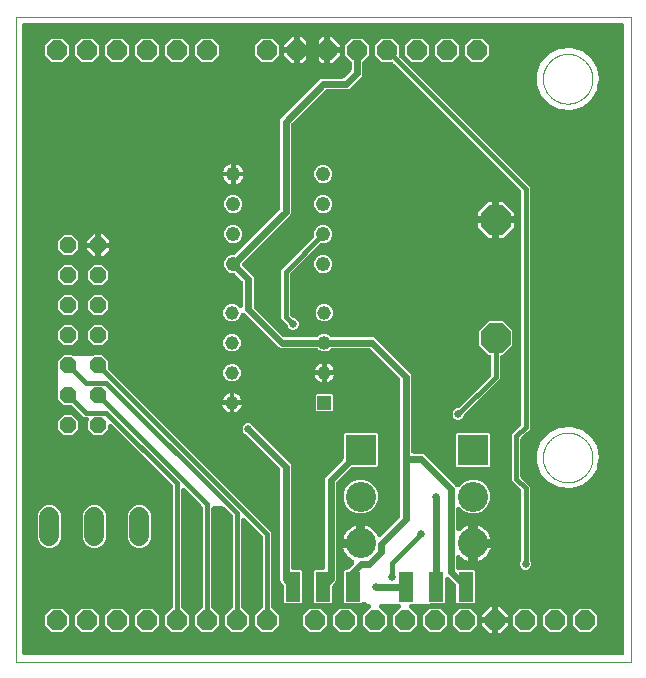
<source format=gbl>
G04 EAGLE Gerber X2 export*
%TF.Part,Single*%
%TF.FileFunction,Other,Bottom layer*%
%TF.FilePolarity,Positive*%
%TF.GenerationSoftware,Autodesk,EAGLE,9.4.0*%
%TF.CreationDate,2019-06-23T03:23:47Z*%
G75*
%MOMM*%
%FSLAX34Y34*%
%LPD*%
%INBottom layer*%
%AMOC8*
5,1,8,0,0,1.08239X$1,22.5*%
G01*
%ADD10C,0.050000*%
%ADD11C,1.219200*%
%ADD12R,1.159000X1.159000*%
%ADD13C,1.159000*%
%ADD14C,1.676400*%
%ADD15P,1.484606X8X292.500000*%
%ADD16P,1.814519X8X202.500000*%
%ADD17P,2.749271X8X112.500000*%
%ADD18R,2.550000X2.550000*%
%ADD19C,2.550000*%
%ADD20R,1.270000X2.540000*%
%ADD21C,0.406400*%
%ADD22C,0.654800*%
%ADD23C,0.609600*%

G36*
X513356Y5333D02*
X513356Y5333D01*
X513374Y5331D01*
X513556Y5352D01*
X513739Y5371D01*
X513756Y5376D01*
X513773Y5378D01*
X513948Y5435D01*
X514124Y5489D01*
X514139Y5497D01*
X514156Y5503D01*
X514316Y5593D01*
X514478Y5681D01*
X514491Y5692D01*
X514507Y5701D01*
X514646Y5821D01*
X514787Y5938D01*
X514798Y5952D01*
X514812Y5964D01*
X514924Y6109D01*
X515039Y6252D01*
X515047Y6268D01*
X515058Y6282D01*
X515140Y6447D01*
X515225Y6609D01*
X515230Y6626D01*
X515238Y6642D01*
X515285Y6821D01*
X515336Y6996D01*
X515338Y7014D01*
X515342Y7031D01*
X515369Y7362D01*
X515369Y538738D01*
X515367Y538756D01*
X515369Y538774D01*
X515348Y538956D01*
X515329Y539139D01*
X515324Y539156D01*
X515322Y539173D01*
X515265Y539348D01*
X515211Y539524D01*
X515203Y539539D01*
X515197Y539556D01*
X515107Y539716D01*
X515019Y539878D01*
X515008Y539891D01*
X514999Y539907D01*
X514879Y540046D01*
X514762Y540187D01*
X514748Y540198D01*
X514736Y540212D01*
X514591Y540324D01*
X514448Y540439D01*
X514432Y540447D01*
X514418Y540458D01*
X514253Y540540D01*
X514091Y540625D01*
X514074Y540630D01*
X514058Y540638D01*
X513879Y540685D01*
X513704Y540736D01*
X513686Y540738D01*
X513669Y540742D01*
X513338Y540769D01*
X7362Y540769D01*
X7344Y540767D01*
X7326Y540769D01*
X7144Y540748D01*
X6961Y540729D01*
X6944Y540724D01*
X6927Y540722D01*
X6752Y540665D01*
X6576Y540611D01*
X6561Y540603D01*
X6544Y540597D01*
X6384Y540507D01*
X6222Y540419D01*
X6209Y540408D01*
X6193Y540399D01*
X6054Y540279D01*
X5913Y540162D01*
X5902Y540148D01*
X5888Y540136D01*
X5776Y539991D01*
X5661Y539848D01*
X5653Y539832D01*
X5642Y539818D01*
X5560Y539653D01*
X5475Y539491D01*
X5470Y539474D01*
X5462Y539458D01*
X5415Y539279D01*
X5364Y539104D01*
X5362Y539086D01*
X5358Y539069D01*
X5331Y538738D01*
X5331Y7362D01*
X5333Y7344D01*
X5331Y7326D01*
X5352Y7144D01*
X5371Y6961D01*
X5376Y6944D01*
X5378Y6927D01*
X5435Y6752D01*
X5489Y6576D01*
X5497Y6561D01*
X5503Y6544D01*
X5593Y6384D01*
X5681Y6222D01*
X5692Y6209D01*
X5701Y6193D01*
X5821Y6054D01*
X5938Y5913D01*
X5952Y5902D01*
X5964Y5888D01*
X6109Y5776D01*
X6252Y5661D01*
X6268Y5653D01*
X6282Y5642D01*
X6447Y5560D01*
X6609Y5475D01*
X6626Y5470D01*
X6642Y5462D01*
X6821Y5415D01*
X6996Y5364D01*
X7014Y5362D01*
X7031Y5358D01*
X7362Y5331D01*
X513338Y5331D01*
X513356Y5333D01*
G37*
%LPC*%
G36*
X300062Y25018D02*
X300062Y25018D01*
X294258Y30822D01*
X294258Y39028D01*
X300530Y45300D01*
X300535Y45307D01*
X300542Y45312D01*
X300662Y45462D01*
X300785Y45611D01*
X300789Y45619D01*
X300794Y45626D01*
X300883Y45796D01*
X300973Y45967D01*
X300976Y45976D01*
X300980Y45983D01*
X301033Y46167D01*
X301088Y46353D01*
X301089Y46362D01*
X301091Y46370D01*
X301107Y46562D01*
X301124Y46754D01*
X301123Y46763D01*
X301124Y46772D01*
X301102Y46961D01*
X301081Y47154D01*
X301078Y47163D01*
X301077Y47171D01*
X301018Y47353D01*
X300959Y47538D01*
X300955Y47546D01*
X300952Y47554D01*
X300857Y47723D01*
X300765Y47890D01*
X300759Y47897D01*
X300754Y47905D01*
X300629Y48051D01*
X300504Y48197D01*
X300497Y48203D01*
X300491Y48210D01*
X300340Y48327D01*
X300188Y48447D01*
X300180Y48451D01*
X300173Y48456D01*
X300002Y48542D01*
X299829Y48629D01*
X299821Y48632D01*
X299813Y48636D01*
X299626Y48686D01*
X299441Y48737D01*
X299433Y48738D01*
X299424Y48740D01*
X299093Y48767D01*
X297608Y48767D01*
X296352Y50023D01*
X296338Y50035D01*
X296327Y50048D01*
X296183Y50162D01*
X296041Y50278D01*
X296025Y50287D01*
X296011Y50298D01*
X295847Y50381D01*
X295685Y50467D01*
X295668Y50472D01*
X295652Y50480D01*
X295475Y50529D01*
X295299Y50582D01*
X295281Y50583D01*
X295264Y50588D01*
X295081Y50601D01*
X294898Y50618D01*
X294880Y50616D01*
X294862Y50617D01*
X294680Y50594D01*
X294498Y50575D01*
X294481Y50569D01*
X294463Y50567D01*
X294289Y50509D01*
X294114Y50453D01*
X294098Y50444D01*
X294081Y50439D01*
X293923Y50348D01*
X293762Y50258D01*
X293748Y50247D01*
X293732Y50238D01*
X293479Y50023D01*
X292732Y49275D01*
X278768Y49275D01*
X277875Y50168D01*
X277875Y76832D01*
X278768Y77725D01*
X280075Y77725D01*
X280097Y77727D01*
X280119Y77725D01*
X280297Y77747D01*
X280475Y77765D01*
X280497Y77771D01*
X280519Y77774D01*
X280689Y77830D01*
X280860Y77883D01*
X280880Y77893D01*
X280901Y77900D01*
X281057Y77989D01*
X281214Y78075D01*
X281232Y78089D01*
X281251Y78100D01*
X281386Y78218D01*
X281524Y78332D01*
X281538Y78350D01*
X281555Y78364D01*
X281664Y78507D01*
X281776Y78646D01*
X281786Y78666D01*
X281800Y78684D01*
X281835Y78752D01*
X286084Y83001D01*
X286093Y83012D01*
X286103Y83020D01*
X286220Y83167D01*
X286339Y83313D01*
X286346Y83325D01*
X286354Y83335D01*
X286440Y83503D01*
X286528Y83668D01*
X286532Y83681D01*
X286538Y83693D01*
X286590Y83875D01*
X286643Y84054D01*
X286644Y84068D01*
X286648Y84081D01*
X286662Y84268D01*
X286679Y84455D01*
X286678Y84469D01*
X286679Y84482D01*
X286656Y84667D01*
X286636Y84856D01*
X286632Y84868D01*
X286630Y84882D01*
X286571Y85060D01*
X286514Y85239D01*
X286508Y85251D01*
X286504Y85264D01*
X286410Y85428D01*
X286320Y85592D01*
X286311Y85602D01*
X286304Y85614D01*
X286180Y85756D01*
X286059Y85899D01*
X286049Y85907D01*
X286040Y85917D01*
X285890Y86032D01*
X285743Y86148D01*
X285731Y86154D01*
X285720Y86163D01*
X285425Y86314D01*
X285322Y86357D01*
X283587Y87359D01*
X281997Y88579D01*
X280579Y89997D01*
X279359Y91587D01*
X278357Y93323D01*
X277590Y95174D01*
X277359Y96037D01*
X290068Y96037D01*
X290086Y96039D01*
X290103Y96037D01*
X290286Y96058D01*
X290468Y96077D01*
X290486Y96082D01*
X290503Y96084D01*
X290678Y96141D01*
X290853Y96195D01*
X290869Y96203D01*
X290886Y96209D01*
X291046Y96299D01*
X291207Y96387D01*
X291221Y96398D01*
X291237Y96407D01*
X291376Y96527D01*
X291517Y96644D01*
X291528Y96658D01*
X291541Y96670D01*
X291654Y96815D01*
X291769Y96958D01*
X291777Y96974D01*
X291788Y96988D01*
X291870Y97153D01*
X291955Y97315D01*
X291959Y97332D01*
X291967Y97349D01*
X292015Y97527D01*
X292066Y97702D01*
X292067Y97720D01*
X292072Y97737D01*
X292099Y98068D01*
X292099Y100101D01*
X294132Y100101D01*
X294150Y100103D01*
X294167Y100101D01*
X294350Y100123D01*
X294533Y100141D01*
X294550Y100146D01*
X294567Y100148D01*
X294742Y100205D01*
X294917Y100259D01*
X294933Y100267D01*
X294950Y100273D01*
X295110Y100363D01*
X295272Y100451D01*
X295285Y100462D01*
X295301Y100471D01*
X295440Y100591D01*
X295581Y100708D01*
X295592Y100722D01*
X295605Y100734D01*
X295718Y100879D01*
X295833Y101022D01*
X295841Y101038D01*
X295852Y101052D01*
X295934Y101217D01*
X296019Y101380D01*
X296024Y101397D01*
X296032Y101413D01*
X296079Y101591D01*
X296130Y101766D01*
X296131Y101784D01*
X296136Y101801D01*
X296163Y102132D01*
X296163Y114841D01*
X297026Y114610D01*
X298877Y113843D01*
X300613Y112841D01*
X302203Y111621D01*
X303621Y110203D01*
X304841Y108613D01*
X305843Y106878D01*
X305886Y106775D01*
X305892Y106763D01*
X305896Y106750D01*
X305987Y106586D01*
X306076Y106420D01*
X306085Y106409D01*
X306091Y106398D01*
X306212Y106255D01*
X306332Y106109D01*
X306343Y106101D01*
X306352Y106091D01*
X306499Y105975D01*
X306645Y105856D01*
X306657Y105849D01*
X306667Y105841D01*
X306835Y105756D01*
X307001Y105669D01*
X307014Y105665D01*
X307026Y105659D01*
X307207Y105608D01*
X307388Y105555D01*
X307401Y105554D01*
X307414Y105551D01*
X307603Y105537D01*
X307789Y105521D01*
X307802Y105522D01*
X307816Y105521D01*
X308003Y105545D01*
X308189Y105566D01*
X308202Y105570D01*
X308215Y105572D01*
X308393Y105631D01*
X308572Y105689D01*
X308584Y105696D01*
X308597Y105700D01*
X308760Y105794D01*
X308924Y105885D01*
X308934Y105894D01*
X308946Y105901D01*
X309199Y106116D01*
X325032Y121949D01*
X325049Y121970D01*
X325070Y121987D01*
X325177Y122125D01*
X325287Y122261D01*
X325300Y122284D01*
X325316Y122305D01*
X325394Y122462D01*
X325476Y122616D01*
X325484Y122642D01*
X325496Y122666D01*
X325541Y122835D01*
X325591Y123002D01*
X325593Y123029D01*
X325600Y123055D01*
X325627Y123385D01*
X325627Y238565D01*
X325625Y238591D01*
X325627Y238618D01*
X325605Y238792D01*
X325587Y238965D01*
X325580Y238991D01*
X325576Y239017D01*
X325521Y239183D01*
X325469Y239350D01*
X325456Y239374D01*
X325448Y239399D01*
X325361Y239551D01*
X325277Y239704D01*
X325260Y239725D01*
X325247Y239748D01*
X325032Y240001D01*
X300326Y264707D01*
X300305Y264724D01*
X300288Y264745D01*
X300150Y264852D01*
X300014Y264962D01*
X299991Y264975D01*
X299970Y264991D01*
X299813Y265069D01*
X299659Y265151D01*
X299633Y265159D01*
X299609Y265171D01*
X299440Y265216D01*
X299273Y265266D01*
X299246Y265268D01*
X299220Y265275D01*
X298890Y265302D01*
X267920Y265302D01*
X267894Y265300D01*
X267867Y265302D01*
X267693Y265280D01*
X267520Y265262D01*
X267494Y265255D01*
X267468Y265251D01*
X267302Y265196D01*
X267135Y265144D01*
X267111Y265131D01*
X267086Y265123D01*
X266934Y265036D01*
X266781Y264952D01*
X266760Y264935D01*
X266737Y264922D01*
X266484Y264707D01*
X265446Y263670D01*
X264171Y263141D01*
X262756Y262555D01*
X259844Y262555D01*
X257154Y263670D01*
X256116Y264707D01*
X256095Y264724D01*
X256078Y264745D01*
X255940Y264852D01*
X255804Y264962D01*
X255781Y264975D01*
X255760Y264991D01*
X255603Y265069D01*
X255449Y265151D01*
X255423Y265159D01*
X255399Y265171D01*
X255230Y265216D01*
X255063Y265266D01*
X255036Y265268D01*
X255010Y265275D01*
X254680Y265302D01*
X224515Y265302D01*
X222835Y265998D01*
X194545Y294288D01*
X193986Y294847D01*
X193975Y294856D01*
X193967Y294866D01*
X193820Y294983D01*
X193674Y295103D01*
X193662Y295109D01*
X193652Y295117D01*
X193485Y295203D01*
X193319Y295291D01*
X193306Y295295D01*
X193294Y295301D01*
X193114Y295352D01*
X192933Y295406D01*
X192919Y295407D01*
X192906Y295411D01*
X192721Y295425D01*
X192532Y295442D01*
X192518Y295441D01*
X192505Y295442D01*
X192320Y295419D01*
X192131Y295399D01*
X192119Y295395D01*
X192105Y295393D01*
X191927Y295334D01*
X191748Y295277D01*
X191736Y295271D01*
X191723Y295267D01*
X191559Y295173D01*
X191395Y295083D01*
X191385Y295074D01*
X191373Y295067D01*
X191231Y294944D01*
X191088Y294822D01*
X191080Y294812D01*
X191070Y294803D01*
X190955Y294654D01*
X190839Y294506D01*
X190833Y294494D01*
X190824Y294484D01*
X190673Y294188D01*
X189405Y291129D01*
X187346Y289070D01*
X184656Y287955D01*
X181744Y287955D01*
X179054Y289070D01*
X176995Y291129D01*
X175880Y293819D01*
X175880Y296731D01*
X176995Y299421D01*
X179054Y301480D01*
X181744Y302595D01*
X184656Y302595D01*
X187346Y301480D01*
X188810Y300017D01*
X188817Y300011D01*
X188822Y300004D01*
X188972Y299884D01*
X189121Y299762D01*
X189129Y299758D01*
X189136Y299752D01*
X189306Y299664D01*
X189477Y299573D01*
X189486Y299571D01*
X189493Y299567D01*
X189678Y299514D01*
X189863Y299458D01*
X189872Y299458D01*
X189880Y299455D01*
X190071Y299440D01*
X190264Y299422D01*
X190273Y299423D01*
X190282Y299422D01*
X190471Y299445D01*
X190664Y299465D01*
X190673Y299468D01*
X190681Y299469D01*
X190863Y299529D01*
X191048Y299587D01*
X191056Y299591D01*
X191064Y299594D01*
X191231Y299688D01*
X191400Y299782D01*
X191407Y299788D01*
X191415Y299792D01*
X191560Y299917D01*
X191707Y300042D01*
X191713Y300049D01*
X191720Y300055D01*
X191836Y300206D01*
X191957Y300358D01*
X191961Y300366D01*
X191966Y300373D01*
X192052Y300545D01*
X192139Y300717D01*
X192142Y300726D01*
X192146Y300734D01*
X192196Y300920D01*
X192247Y301105D01*
X192248Y301114D01*
X192250Y301123D01*
X192277Y301453D01*
X192277Y321115D01*
X192275Y321141D01*
X192277Y321168D01*
X192255Y321342D01*
X192237Y321515D01*
X192230Y321541D01*
X192226Y321567D01*
X192171Y321733D01*
X192119Y321900D01*
X192106Y321924D01*
X192098Y321949D01*
X192011Y322101D01*
X191927Y322254D01*
X191910Y322275D01*
X191897Y322298D01*
X191682Y322551D01*
X185899Y328334D01*
X185878Y328351D01*
X185861Y328372D01*
X185723Y328479D01*
X185587Y328589D01*
X185564Y328602D01*
X185543Y328618D01*
X185386Y328696D01*
X185232Y328778D01*
X185206Y328786D01*
X185182Y328798D01*
X185013Y328843D01*
X184846Y328893D01*
X184819Y328895D01*
X184793Y328902D01*
X184463Y328929D01*
X182634Y328929D01*
X179833Y330089D01*
X177689Y332233D01*
X176529Y335034D01*
X176529Y338066D01*
X177689Y340867D01*
X179833Y343011D01*
X182634Y344171D01*
X184463Y344171D01*
X184489Y344173D01*
X184516Y344171D01*
X184690Y344193D01*
X184863Y344211D01*
X184889Y344218D01*
X184915Y344222D01*
X185081Y344277D01*
X185248Y344329D01*
X185272Y344342D01*
X185297Y344350D01*
X185449Y344437D01*
X185602Y344521D01*
X185623Y344538D01*
X185646Y344551D01*
X185899Y344766D01*
X223432Y382299D01*
X223449Y382320D01*
X223470Y382337D01*
X223577Y382475D01*
X223687Y382611D01*
X223700Y382634D01*
X223716Y382655D01*
X223794Y382812D01*
X223876Y382966D01*
X223884Y382992D01*
X223896Y383016D01*
X223941Y383185D01*
X223991Y383352D01*
X223993Y383379D01*
X224000Y383405D01*
X224027Y383735D01*
X224027Y458110D01*
X224723Y459790D01*
X257760Y492827D01*
X259440Y493523D01*
X276665Y493523D01*
X276691Y493525D01*
X276718Y493523D01*
X276892Y493545D01*
X277065Y493563D01*
X277091Y493570D01*
X277117Y493574D01*
X277283Y493629D01*
X277450Y493681D01*
X277474Y493694D01*
X277499Y493702D01*
X277651Y493789D01*
X277804Y493873D01*
X277825Y493890D01*
X277848Y493903D01*
X278101Y494118D01*
X283757Y499774D01*
X283774Y499795D01*
X283795Y499812D01*
X283902Y499950D01*
X284012Y500086D01*
X284025Y500109D01*
X284041Y500130D01*
X284119Y500287D01*
X284201Y500441D01*
X284209Y500467D01*
X284221Y500491D01*
X284266Y500660D01*
X284316Y500827D01*
X284318Y500854D01*
X284325Y500880D01*
X284352Y501210D01*
X284352Y507246D01*
X284350Y507273D01*
X284352Y507299D01*
X284330Y507473D01*
X284312Y507647D01*
X284305Y507672D01*
X284301Y507699D01*
X284245Y507865D01*
X284194Y508032D01*
X284181Y508055D01*
X284173Y508081D01*
X284086Y508232D01*
X284002Y508386D01*
X283985Y508406D01*
X283972Y508429D01*
X283757Y508682D01*
X279018Y513422D01*
X279018Y521628D01*
X284822Y527432D01*
X293028Y527432D01*
X298832Y521628D01*
X298832Y513422D01*
X294093Y508682D01*
X294076Y508662D01*
X294055Y508644D01*
X293948Y508506D01*
X293838Y508371D01*
X293825Y508347D01*
X293809Y508326D01*
X293731Y508170D01*
X293649Y508015D01*
X293641Y507990D01*
X293629Y507966D01*
X293584Y507796D01*
X293534Y507629D01*
X293532Y507603D01*
X293525Y507577D01*
X293498Y507246D01*
X293498Y497565D01*
X292802Y495885D01*
X281990Y485073D01*
X280310Y484377D01*
X263085Y484377D01*
X263059Y484375D01*
X263032Y484377D01*
X262858Y484355D01*
X262685Y484337D01*
X262659Y484330D01*
X262633Y484326D01*
X262467Y484271D01*
X262300Y484219D01*
X262276Y484206D01*
X262251Y484198D01*
X262099Y484111D01*
X261946Y484027D01*
X261925Y484010D01*
X261902Y483997D01*
X261649Y483782D01*
X233768Y455901D01*
X233751Y455880D01*
X233730Y455863D01*
X233623Y455725D01*
X233513Y455589D01*
X233500Y455566D01*
X233484Y455545D01*
X233406Y455388D01*
X233324Y455234D01*
X233316Y455208D01*
X233304Y455184D01*
X233259Y455015D01*
X233209Y454848D01*
X233207Y454821D01*
X233200Y454795D01*
X233173Y454465D01*
X233173Y380090D01*
X232477Y378410D01*
X192366Y338299D01*
X192349Y338278D01*
X192328Y338261D01*
X192221Y338123D01*
X192111Y337987D01*
X192098Y337964D01*
X192082Y337943D01*
X192004Y337786D01*
X191922Y337632D01*
X191914Y337606D01*
X191902Y337582D01*
X191857Y337413D01*
X191807Y337246D01*
X191805Y337219D01*
X191798Y337193D01*
X191771Y336863D01*
X191771Y336237D01*
X191773Y336211D01*
X191771Y336184D01*
X191793Y336010D01*
X191811Y335837D01*
X191818Y335811D01*
X191822Y335785D01*
X191877Y335619D01*
X191929Y335452D01*
X191942Y335428D01*
X191950Y335403D01*
X192037Y335251D01*
X192121Y335098D01*
X192138Y335077D01*
X192151Y335054D01*
X192366Y334801D01*
X200727Y326440D01*
X201423Y324760D01*
X201423Y301185D01*
X201425Y301159D01*
X201423Y301132D01*
X201445Y300958D01*
X201463Y300785D01*
X201470Y300759D01*
X201474Y300733D01*
X201529Y300567D01*
X201581Y300400D01*
X201594Y300376D01*
X201602Y300351D01*
X201689Y300199D01*
X201773Y300046D01*
X201790Y300025D01*
X201803Y300002D01*
X202018Y299749D01*
X226724Y275043D01*
X226745Y275026D01*
X226762Y275005D01*
X226900Y274898D01*
X227036Y274788D01*
X227059Y274775D01*
X227080Y274759D01*
X227237Y274681D01*
X227391Y274599D01*
X227417Y274591D01*
X227441Y274579D01*
X227610Y274534D01*
X227777Y274484D01*
X227804Y274482D01*
X227830Y274475D01*
X228160Y274448D01*
X254680Y274448D01*
X254706Y274450D01*
X254733Y274448D01*
X254907Y274470D01*
X255080Y274488D01*
X255106Y274495D01*
X255132Y274499D01*
X255298Y274554D01*
X255465Y274606D01*
X255489Y274619D01*
X255514Y274627D01*
X255666Y274714D01*
X255819Y274798D01*
X255840Y274815D01*
X255863Y274828D01*
X256116Y275043D01*
X257154Y276080D01*
X259844Y277195D01*
X262756Y277195D01*
X265446Y276080D01*
X266484Y275043D01*
X266505Y275026D01*
X266522Y275005D01*
X266660Y274898D01*
X266796Y274788D01*
X266819Y274775D01*
X266840Y274759D01*
X266997Y274681D01*
X267151Y274599D01*
X267177Y274591D01*
X267201Y274579D01*
X267370Y274534D01*
X267537Y274484D01*
X267564Y274482D01*
X267590Y274475D01*
X267920Y274448D01*
X302535Y274448D01*
X304215Y273752D01*
X334077Y243890D01*
X334773Y242210D01*
X334773Y178054D01*
X334775Y178036D01*
X334773Y178018D01*
X334794Y177836D01*
X334813Y177653D01*
X334818Y177636D01*
X334820Y177619D01*
X334877Y177444D01*
X334931Y177268D01*
X334939Y177253D01*
X334945Y177236D01*
X335035Y177076D01*
X335123Y176914D01*
X335134Y176901D01*
X335143Y176885D01*
X335263Y176746D01*
X335380Y176605D01*
X335394Y176594D01*
X335406Y176580D01*
X335551Y176468D01*
X335694Y176353D01*
X335710Y176345D01*
X335724Y176334D01*
X335889Y176252D01*
X336051Y176167D01*
X336068Y176162D01*
X336084Y176154D01*
X336263Y176107D01*
X336438Y176056D01*
X336456Y176054D01*
X336473Y176050D01*
X336804Y176023D01*
X343810Y176023D01*
X345490Y175327D01*
X372179Y148637D01*
X372264Y148484D01*
X372353Y148318D01*
X372362Y148307D01*
X372368Y148296D01*
X372489Y148153D01*
X372610Y148007D01*
X372620Y147999D01*
X372629Y147989D01*
X372776Y147873D01*
X372922Y147754D01*
X372934Y147747D01*
X372945Y147739D01*
X373113Y147654D01*
X373279Y147567D01*
X373292Y147563D01*
X373304Y147557D01*
X373486Y147506D01*
X373665Y147453D01*
X373679Y147452D01*
X373692Y147449D01*
X373880Y147435D01*
X374066Y147419D01*
X374080Y147420D01*
X374093Y147419D01*
X374282Y147443D01*
X374467Y147464D01*
X374479Y147468D01*
X374493Y147470D01*
X374672Y147530D01*
X374850Y147587D01*
X374862Y147594D01*
X374874Y147598D01*
X375038Y147692D01*
X375201Y147784D01*
X375211Y147792D01*
X375223Y147799D01*
X375476Y148014D01*
X379264Y151802D01*
X384511Y153975D01*
X390189Y153975D01*
X395436Y151802D01*
X399452Y147786D01*
X401625Y142539D01*
X401625Y136861D01*
X399452Y131614D01*
X395436Y127598D01*
X390189Y125425D01*
X384511Y125425D01*
X379264Y127598D01*
X376340Y130522D01*
X376333Y130528D01*
X376328Y130535D01*
X376178Y130655D01*
X376029Y130777D01*
X376021Y130781D01*
X376014Y130787D01*
X375844Y130876D01*
X375673Y130966D01*
X375664Y130968D01*
X375657Y130973D01*
X375472Y131026D01*
X375287Y131081D01*
X375278Y131081D01*
X375270Y131084D01*
X375079Y131100D01*
X374886Y131117D01*
X374877Y131116D01*
X374868Y131117D01*
X374679Y131095D01*
X374486Y131074D01*
X374477Y131071D01*
X374469Y131070D01*
X374287Y131011D01*
X374102Y130952D01*
X374094Y130948D01*
X374086Y130945D01*
X373917Y130850D01*
X373750Y130757D01*
X373743Y130752D01*
X373735Y130747D01*
X373589Y130621D01*
X373443Y130497D01*
X373437Y130490D01*
X373430Y130484D01*
X373313Y130333D01*
X373193Y130181D01*
X373189Y130173D01*
X373184Y130166D01*
X373098Y129994D01*
X373011Y129822D01*
X373008Y129813D01*
X373004Y129805D01*
X372954Y129619D01*
X372903Y129434D01*
X372902Y129425D01*
X372900Y129417D01*
X372873Y129086D01*
X372873Y112151D01*
X372874Y112142D01*
X372873Y112133D01*
X372894Y111941D01*
X372913Y111750D01*
X372915Y111742D01*
X372916Y111733D01*
X372974Y111550D01*
X373031Y111365D01*
X373035Y111357D01*
X373038Y111349D01*
X373131Y111181D01*
X373223Y111011D01*
X373228Y111005D01*
X373233Y110997D01*
X373358Y110849D01*
X373480Y110702D01*
X373487Y110697D01*
X373493Y110690D01*
X373645Y110570D01*
X373794Y110450D01*
X373802Y110446D01*
X373809Y110440D01*
X373982Y110352D01*
X374151Y110264D01*
X374160Y110262D01*
X374168Y110258D01*
X374353Y110206D01*
X374538Y110153D01*
X374547Y110152D01*
X374556Y110150D01*
X374748Y110136D01*
X374940Y110120D01*
X374948Y110121D01*
X374957Y110120D01*
X375148Y110145D01*
X375339Y110167D01*
X375348Y110170D01*
X375357Y110171D01*
X375538Y110232D01*
X375722Y110292D01*
X375730Y110296D01*
X375738Y110299D01*
X375906Y110395D01*
X376073Y110490D01*
X376080Y110496D01*
X376087Y110500D01*
X376340Y110715D01*
X377247Y111621D01*
X378837Y112841D01*
X380573Y113843D01*
X382424Y114610D01*
X383287Y114841D01*
X383287Y102132D01*
X383289Y102114D01*
X383287Y102097D01*
X383308Y101914D01*
X383327Y101732D01*
X383332Y101714D01*
X383334Y101697D01*
X383391Y101522D01*
X383445Y101347D01*
X383453Y101331D01*
X383459Y101314D01*
X383549Y101154D01*
X383637Y100993D01*
X383648Y100979D01*
X383657Y100963D01*
X383777Y100824D01*
X383894Y100683D01*
X383908Y100672D01*
X383920Y100659D01*
X384065Y100546D01*
X384208Y100431D01*
X384224Y100423D01*
X384238Y100412D01*
X384403Y100330D01*
X384565Y100245D01*
X384582Y100241D01*
X384599Y100233D01*
X384777Y100185D01*
X384952Y100134D01*
X384970Y100133D01*
X384987Y100128D01*
X385318Y100101D01*
X387351Y100101D01*
X387351Y100099D01*
X385318Y100099D01*
X385300Y100097D01*
X385282Y100099D01*
X385100Y100077D01*
X384917Y100059D01*
X384900Y100054D01*
X384883Y100052D01*
X384708Y99995D01*
X384532Y99941D01*
X384517Y99933D01*
X384500Y99927D01*
X384340Y99837D01*
X384178Y99749D01*
X384165Y99738D01*
X384149Y99729D01*
X384010Y99609D01*
X383869Y99492D01*
X383858Y99478D01*
X383845Y99466D01*
X383732Y99321D01*
X383617Y99178D01*
X383609Y99162D01*
X383598Y99148D01*
X383516Y98983D01*
X383431Y98820D01*
X383426Y98803D01*
X383418Y98787D01*
X383371Y98609D01*
X383320Y98434D01*
X383318Y98416D01*
X383314Y98399D01*
X383287Y98068D01*
X383287Y85359D01*
X382424Y85590D01*
X380573Y86357D01*
X378837Y87359D01*
X377247Y88579D01*
X376340Y89485D01*
X376333Y89491D01*
X376328Y89498D01*
X376179Y89618D01*
X376029Y89740D01*
X376021Y89745D01*
X376014Y89750D01*
X375844Y89838D01*
X375673Y89929D01*
X375664Y89932D01*
X375657Y89936D01*
X375472Y89989D01*
X375287Y90044D01*
X375278Y90045D01*
X375270Y90047D01*
X375079Y90063D01*
X374886Y90080D01*
X374877Y90079D01*
X374868Y90080D01*
X374679Y90058D01*
X374486Y90037D01*
X374477Y90034D01*
X374469Y90033D01*
X374286Y89974D01*
X374102Y89915D01*
X374094Y89911D01*
X374086Y89908D01*
X373919Y89814D01*
X373750Y89721D01*
X373743Y89715D01*
X373735Y89710D01*
X373590Y89585D01*
X373443Y89460D01*
X373437Y89453D01*
X373430Y89447D01*
X373313Y89296D01*
X373193Y89144D01*
X373189Y89136D01*
X373184Y89129D01*
X373098Y88957D01*
X373011Y88785D01*
X373008Y88777D01*
X373004Y88769D01*
X372955Y88583D01*
X372903Y88397D01*
X372902Y88388D01*
X372900Y88380D01*
X372873Y88049D01*
X372873Y79756D01*
X372875Y79738D01*
X372873Y79720D01*
X372894Y79538D01*
X372913Y79355D01*
X372918Y79338D01*
X372920Y79321D01*
X372977Y79146D01*
X373031Y78970D01*
X373039Y78955D01*
X373045Y78938D01*
X373135Y78778D01*
X373223Y78616D01*
X373234Y78603D01*
X373243Y78587D01*
X373363Y78448D01*
X373480Y78307D01*
X373494Y78296D01*
X373506Y78282D01*
X373651Y78170D01*
X373794Y78055D01*
X373810Y78047D01*
X373824Y78036D01*
X373989Y77954D01*
X374151Y77869D01*
X374168Y77864D01*
X374184Y77856D01*
X374363Y77809D01*
X374538Y77758D01*
X374556Y77756D01*
X374573Y77752D01*
X374904Y77725D01*
X387982Y77725D01*
X388875Y76832D01*
X388875Y50168D01*
X387982Y49275D01*
X374018Y49275D01*
X373125Y50168D01*
X373125Y64067D01*
X373123Y64093D01*
X373125Y64120D01*
X373103Y64294D01*
X373085Y64467D01*
X373078Y64493D01*
X373074Y64519D01*
X373019Y64685D01*
X372967Y64852D01*
X372954Y64876D01*
X372946Y64901D01*
X372859Y65052D01*
X372775Y65206D01*
X372758Y65227D01*
X372745Y65250D01*
X372530Y65503D01*
X366942Y71091D01*
X366935Y71097D01*
X366930Y71103D01*
X366780Y71224D01*
X366631Y71346D01*
X366623Y71350D01*
X366616Y71356D01*
X366446Y71444D01*
X366275Y71535D01*
X366266Y71537D01*
X366259Y71541D01*
X366074Y71594D01*
X365889Y71649D01*
X365880Y71650D01*
X365872Y71653D01*
X365680Y71668D01*
X365488Y71686D01*
X365479Y71685D01*
X365470Y71686D01*
X365281Y71663D01*
X365088Y71642D01*
X365079Y71640D01*
X365071Y71639D01*
X364889Y71579D01*
X364704Y71521D01*
X364696Y71517D01*
X364688Y71514D01*
X364519Y71419D01*
X364352Y71326D01*
X364345Y71320D01*
X364337Y71316D01*
X364191Y71190D01*
X364045Y71066D01*
X364039Y71059D01*
X364032Y71053D01*
X363915Y70901D01*
X363795Y70750D01*
X363791Y70742D01*
X363786Y70735D01*
X363700Y70563D01*
X363613Y70391D01*
X363610Y70382D01*
X363606Y70374D01*
X363556Y70188D01*
X363505Y70003D01*
X363504Y69994D01*
X363502Y69985D01*
X363475Y69655D01*
X363475Y50168D01*
X362582Y49275D01*
X351441Y49275D01*
X351415Y49273D01*
X351388Y49275D01*
X351214Y49253D01*
X351041Y49235D01*
X351015Y49228D01*
X350989Y49224D01*
X350823Y49169D01*
X350656Y49117D01*
X350632Y49104D01*
X350607Y49096D01*
X350455Y49009D01*
X350302Y48925D01*
X350281Y48908D01*
X350258Y48895D01*
X350089Y48751D01*
X349893Y48767D01*
X334637Y48767D01*
X334628Y48766D01*
X334619Y48767D01*
X334425Y48746D01*
X334236Y48727D01*
X334228Y48725D01*
X334219Y48724D01*
X334035Y48666D01*
X333851Y48609D01*
X333843Y48605D01*
X333835Y48602D01*
X333667Y48509D01*
X333497Y48417D01*
X333490Y48412D01*
X333483Y48407D01*
X333336Y48283D01*
X333188Y48160D01*
X333182Y48153D01*
X333176Y48147D01*
X333057Y47996D01*
X332936Y47846D01*
X332932Y47838D01*
X332926Y47831D01*
X332838Y47658D01*
X332750Y47489D01*
X332748Y47480D01*
X332744Y47472D01*
X332692Y47286D01*
X332639Y47102D01*
X332638Y47093D01*
X332636Y47084D01*
X332622Y46891D01*
X332606Y46700D01*
X332607Y46692D01*
X332606Y46683D01*
X332631Y46490D01*
X332653Y46301D01*
X332656Y46292D01*
X332657Y46283D01*
X332718Y46100D01*
X332778Y45918D01*
X332782Y45910D01*
X332785Y45902D01*
X332881Y45735D01*
X332976Y45567D01*
X332981Y45560D01*
X332986Y45553D01*
X333200Y45300D01*
X339472Y39028D01*
X339472Y30822D01*
X333668Y25018D01*
X325462Y25018D01*
X319658Y30822D01*
X319658Y39028D01*
X325930Y45300D01*
X325935Y45307D01*
X325942Y45312D01*
X326062Y45462D01*
X326185Y45611D01*
X326189Y45619D01*
X326194Y45626D01*
X326283Y45796D01*
X326373Y45967D01*
X326376Y45976D01*
X326380Y45983D01*
X326433Y46167D01*
X326488Y46353D01*
X326489Y46362D01*
X326491Y46370D01*
X326507Y46562D01*
X326524Y46754D01*
X326523Y46763D01*
X326524Y46772D01*
X326502Y46961D01*
X326481Y47154D01*
X326478Y47163D01*
X326477Y47171D01*
X326418Y47353D01*
X326359Y47538D01*
X326355Y47546D01*
X326352Y47554D01*
X326257Y47723D01*
X326165Y47890D01*
X326159Y47897D01*
X326154Y47905D01*
X326029Y48051D01*
X325904Y48197D01*
X325897Y48203D01*
X325891Y48210D01*
X325740Y48327D01*
X325588Y48447D01*
X325580Y48451D01*
X325573Y48456D01*
X325402Y48542D01*
X325229Y48629D01*
X325221Y48632D01*
X325213Y48636D01*
X325026Y48686D01*
X324841Y48737D01*
X324833Y48738D01*
X324824Y48740D01*
X324493Y48767D01*
X309237Y48767D01*
X309228Y48766D01*
X309219Y48767D01*
X309025Y48746D01*
X308836Y48727D01*
X308828Y48725D01*
X308819Y48724D01*
X308635Y48666D01*
X308451Y48609D01*
X308443Y48605D01*
X308435Y48602D01*
X308267Y48509D01*
X308097Y48417D01*
X308090Y48412D01*
X308083Y48407D01*
X307936Y48283D01*
X307788Y48160D01*
X307782Y48153D01*
X307776Y48147D01*
X307657Y47996D01*
X307536Y47846D01*
X307532Y47838D01*
X307526Y47831D01*
X307438Y47658D01*
X307350Y47489D01*
X307348Y47480D01*
X307344Y47472D01*
X307292Y47286D01*
X307239Y47102D01*
X307238Y47093D01*
X307236Y47084D01*
X307222Y46891D01*
X307206Y46700D01*
X307207Y46692D01*
X307206Y46683D01*
X307231Y46490D01*
X307253Y46301D01*
X307256Y46292D01*
X307257Y46283D01*
X307318Y46100D01*
X307378Y45918D01*
X307382Y45910D01*
X307385Y45902D01*
X307481Y45735D01*
X307576Y45567D01*
X307581Y45560D01*
X307586Y45553D01*
X307800Y45300D01*
X314072Y39028D01*
X314072Y30822D01*
X308268Y25018D01*
X300062Y25018D01*
G37*
%LPD*%
%LPC*%
G36*
X132422Y25018D02*
X132422Y25018D01*
X126618Y30822D01*
X126618Y39028D01*
X132373Y44784D01*
X132390Y44804D01*
X132411Y44822D01*
X132518Y44960D01*
X132628Y45095D01*
X132641Y45119D01*
X132657Y45140D01*
X132735Y45296D01*
X132817Y45451D01*
X132825Y45476D01*
X132837Y45500D01*
X132882Y45670D01*
X132932Y45837D01*
X132934Y45863D01*
X132941Y45889D01*
X132968Y46220D01*
X132968Y148533D01*
X132966Y148559D01*
X132968Y148586D01*
X132946Y148760D01*
X132928Y148933D01*
X132921Y148959D01*
X132917Y148985D01*
X132862Y149151D01*
X132810Y149318D01*
X132797Y149342D01*
X132789Y149367D01*
X132702Y149519D01*
X132618Y149672D01*
X132601Y149693D01*
X132588Y149716D01*
X132373Y149969D01*
X81700Y200642D01*
X81693Y200648D01*
X81688Y200655D01*
X81538Y200775D01*
X81389Y200897D01*
X81381Y200901D01*
X81374Y200907D01*
X81203Y200996D01*
X81033Y201086D01*
X81025Y201088D01*
X81017Y201092D01*
X80831Y201146D01*
X80647Y201201D01*
X80638Y201201D01*
X80630Y201204D01*
X80438Y201219D01*
X80246Y201237D01*
X80237Y201236D01*
X80228Y201237D01*
X80039Y201214D01*
X79846Y201194D01*
X79837Y201191D01*
X79829Y201190D01*
X79647Y201130D01*
X79462Y201072D01*
X79454Y201068D01*
X79446Y201065D01*
X79277Y200970D01*
X79110Y200877D01*
X79103Y200871D01*
X79095Y200867D01*
X78949Y200741D01*
X78803Y200617D01*
X78797Y200610D01*
X78790Y200604D01*
X78673Y200452D01*
X78553Y200301D01*
X78549Y200293D01*
X78544Y200286D01*
X78458Y200114D01*
X78371Y199942D01*
X78368Y199933D01*
X78364Y199925D01*
X78314Y199739D01*
X78263Y199554D01*
X78262Y199545D01*
X78260Y199536D01*
X78233Y199206D01*
X78233Y196553D01*
X73322Y191642D01*
X66378Y191642D01*
X61467Y196553D01*
X61467Y203497D01*
X61639Y203669D01*
X61644Y203676D01*
X61651Y203681D01*
X61771Y203830D01*
X61894Y203980D01*
X61898Y203988D01*
X61904Y203995D01*
X61991Y204164D01*
X62082Y204336D01*
X62085Y204345D01*
X62089Y204352D01*
X62141Y204533D01*
X62197Y204722D01*
X62198Y204731D01*
X62201Y204739D01*
X62216Y204930D01*
X62234Y205123D01*
X62233Y205132D01*
X62233Y205141D01*
X62211Y205330D01*
X62190Y205523D01*
X62188Y205532D01*
X62186Y205540D01*
X62127Y205723D01*
X62069Y205907D01*
X62064Y205915D01*
X62062Y205923D01*
X61967Y206092D01*
X61874Y206259D01*
X61868Y206266D01*
X61864Y206274D01*
X61738Y206419D01*
X61613Y206566D01*
X61606Y206572D01*
X61601Y206579D01*
X61449Y206696D01*
X61298Y206816D01*
X61290Y206820D01*
X61282Y206825D01*
X61109Y206912D01*
X60939Y206998D01*
X60930Y207001D01*
X60922Y207005D01*
X60734Y207055D01*
X60551Y207106D01*
X60542Y207107D01*
X60533Y207109D01*
X60202Y207136D01*
X57709Y207136D01*
X48398Y216447D01*
X48377Y216464D01*
X48359Y216485D01*
X48222Y216592D01*
X48086Y216702D01*
X48063Y216715D01*
X48041Y216731D01*
X47884Y216809D01*
X47730Y216891D01*
X47705Y216899D01*
X47681Y216911D01*
X47511Y216956D01*
X47345Y217006D01*
X47318Y217008D01*
X47292Y217015D01*
X46961Y217042D01*
X40978Y217042D01*
X36067Y221953D01*
X36067Y254297D01*
X40978Y259208D01*
X47922Y259208D01*
X47962Y259168D01*
X47983Y259151D01*
X48000Y259130D01*
X48138Y259023D01*
X48274Y258913D01*
X48297Y258900D01*
X48319Y258884D01*
X48476Y258806D01*
X48630Y258724D01*
X48655Y258716D01*
X48679Y258704D01*
X48849Y258659D01*
X49015Y258609D01*
X49042Y258607D01*
X49068Y258600D01*
X49399Y258573D01*
X64901Y258573D01*
X64928Y258575D01*
X64955Y258573D01*
X65129Y258595D01*
X65302Y258613D01*
X65328Y258620D01*
X65354Y258624D01*
X65520Y258679D01*
X65687Y258731D01*
X65711Y258744D01*
X65736Y258752D01*
X65887Y258839D01*
X66041Y258923D01*
X66061Y258940D01*
X66085Y258953D01*
X66338Y259168D01*
X66378Y259208D01*
X73322Y259208D01*
X78233Y254297D01*
X78233Y248314D01*
X78235Y248287D01*
X78233Y248260D01*
X78255Y248086D01*
X78273Y247913D01*
X78280Y247888D01*
X78284Y247861D01*
X78339Y247695D01*
X78391Y247528D01*
X78404Y247505D01*
X78412Y247479D01*
X78499Y247328D01*
X78583Y247174D01*
X78600Y247154D01*
X78613Y247130D01*
X78828Y246877D01*
X216282Y109423D01*
X216282Y46220D01*
X216284Y46193D01*
X216282Y46167D01*
X216304Y45993D01*
X216322Y45819D01*
X216329Y45794D01*
X216333Y45767D01*
X216389Y45601D01*
X216440Y45434D01*
X216453Y45411D01*
X216461Y45385D01*
X216548Y45234D01*
X216632Y45080D01*
X216649Y45060D01*
X216662Y45037D01*
X216877Y44784D01*
X222632Y39028D01*
X222632Y30822D01*
X216828Y25018D01*
X208622Y25018D01*
X202818Y30822D01*
X202818Y39028D01*
X208573Y44784D01*
X208590Y44804D01*
X208611Y44822D01*
X208718Y44960D01*
X208828Y45095D01*
X208841Y45119D01*
X208857Y45140D01*
X208935Y45296D01*
X209017Y45451D01*
X209025Y45476D01*
X209037Y45500D01*
X209082Y45670D01*
X209132Y45837D01*
X209134Y45863D01*
X209141Y45889D01*
X209168Y46220D01*
X209168Y105635D01*
X209166Y105662D01*
X209168Y105689D01*
X209146Y105863D01*
X209128Y106036D01*
X209121Y106061D01*
X209117Y106088D01*
X209062Y106254D01*
X209010Y106421D01*
X208997Y106444D01*
X208989Y106470D01*
X208902Y106621D01*
X208818Y106775D01*
X208801Y106795D01*
X208788Y106819D01*
X208573Y107072D01*
X194349Y121296D01*
X194342Y121301D01*
X194337Y121308D01*
X194187Y121429D01*
X194038Y121551D01*
X194030Y121555D01*
X194023Y121561D01*
X193853Y121649D01*
X193682Y121739D01*
X193673Y121742D01*
X193666Y121746D01*
X193481Y121799D01*
X193296Y121854D01*
X193287Y121855D01*
X193279Y121857D01*
X193087Y121873D01*
X192895Y121891D01*
X192886Y121890D01*
X192877Y121890D01*
X192688Y121868D01*
X192495Y121847D01*
X192486Y121844D01*
X192478Y121843D01*
X192296Y121784D01*
X192111Y121726D01*
X192103Y121721D01*
X192095Y121719D01*
X191926Y121624D01*
X191759Y121531D01*
X191752Y121525D01*
X191744Y121521D01*
X191598Y121395D01*
X191452Y121270D01*
X191446Y121263D01*
X191439Y121258D01*
X191322Y121106D01*
X191202Y120954D01*
X191198Y120946D01*
X191193Y120939D01*
X191107Y120767D01*
X191020Y120596D01*
X191017Y120587D01*
X191013Y120579D01*
X190963Y120392D01*
X190912Y120208D01*
X190911Y120199D01*
X190909Y120190D01*
X190882Y119859D01*
X190882Y46220D01*
X190884Y46193D01*
X190882Y46167D01*
X190904Y45993D01*
X190922Y45819D01*
X190929Y45794D01*
X190933Y45767D01*
X190989Y45601D01*
X191040Y45434D01*
X191053Y45411D01*
X191061Y45385D01*
X191148Y45234D01*
X191232Y45080D01*
X191249Y45060D01*
X191262Y45037D01*
X191477Y44784D01*
X197232Y39028D01*
X197232Y30822D01*
X191428Y25018D01*
X183222Y25018D01*
X177418Y30822D01*
X177418Y39028D01*
X183173Y44784D01*
X183190Y44804D01*
X183211Y44822D01*
X183318Y44960D01*
X183428Y45095D01*
X183441Y45119D01*
X183457Y45140D01*
X183535Y45296D01*
X183617Y45451D01*
X183625Y45476D01*
X183637Y45500D01*
X183682Y45670D01*
X183732Y45837D01*
X183734Y45863D01*
X183741Y45889D01*
X183768Y46220D01*
X183768Y123133D01*
X183766Y123159D01*
X183768Y123186D01*
X183746Y123360D01*
X183728Y123533D01*
X183721Y123559D01*
X183717Y123585D01*
X183662Y123751D01*
X183610Y123918D01*
X183597Y123942D01*
X183589Y123967D01*
X183502Y124119D01*
X183418Y124272D01*
X183401Y124293D01*
X183388Y124316D01*
X183173Y124569D01*
X177020Y130722D01*
X176999Y130739D01*
X176982Y130760D01*
X176844Y130867D01*
X176708Y130977D01*
X176685Y130990D01*
X176664Y131006D01*
X176507Y131084D01*
X176353Y131166D01*
X176327Y131174D01*
X176303Y131186D01*
X176134Y131231D01*
X175967Y131281D01*
X175940Y131283D01*
X175914Y131290D01*
X175584Y131317D01*
X167513Y131317D01*
X167495Y131315D01*
X167477Y131317D01*
X167295Y131296D01*
X167112Y131277D01*
X167095Y131272D01*
X167078Y131270D01*
X166903Y131213D01*
X166727Y131159D01*
X166712Y131151D01*
X166695Y131145D01*
X166535Y131055D01*
X166373Y130967D01*
X166360Y130956D01*
X166344Y130947D01*
X166205Y130827D01*
X166064Y130710D01*
X166053Y130696D01*
X166039Y130684D01*
X165927Y130539D01*
X165812Y130396D01*
X165804Y130380D01*
X165793Y130366D01*
X165711Y130201D01*
X165626Y130039D01*
X165621Y130022D01*
X165613Y130006D01*
X165566Y129827D01*
X165515Y129652D01*
X165513Y129634D01*
X165509Y129617D01*
X165482Y129286D01*
X165482Y46220D01*
X165484Y46193D01*
X165482Y46167D01*
X165504Y45993D01*
X165522Y45819D01*
X165529Y45794D01*
X165533Y45767D01*
X165589Y45601D01*
X165640Y45434D01*
X165653Y45411D01*
X165661Y45385D01*
X165748Y45234D01*
X165832Y45080D01*
X165849Y45060D01*
X165862Y45037D01*
X166077Y44784D01*
X171832Y39028D01*
X171832Y30822D01*
X166028Y25018D01*
X157822Y25018D01*
X152018Y30822D01*
X152018Y39028D01*
X157773Y44784D01*
X157790Y44804D01*
X157811Y44822D01*
X157918Y44960D01*
X158028Y45095D01*
X158041Y45119D01*
X158057Y45140D01*
X158135Y45296D01*
X158217Y45451D01*
X158225Y45476D01*
X158237Y45500D01*
X158282Y45670D01*
X158332Y45837D01*
X158334Y45863D01*
X158341Y45889D01*
X158368Y46220D01*
X158368Y130016D01*
X158366Y130042D01*
X158368Y130069D01*
X158346Y130243D01*
X158328Y130416D01*
X158321Y130442D01*
X158317Y130468D01*
X158261Y130634D01*
X158210Y130801D01*
X158197Y130825D01*
X158189Y130850D01*
X158102Y131001D01*
X158018Y131155D01*
X158001Y131176D01*
X157988Y131199D01*
X157773Y131452D01*
X156717Y132508D01*
X156717Y132686D01*
X156715Y132713D01*
X156717Y132740D01*
X156695Y132914D01*
X156677Y133087D01*
X156670Y133112D01*
X156666Y133139D01*
X156611Y133305D01*
X156559Y133472D01*
X156546Y133495D01*
X156538Y133521D01*
X156451Y133672D01*
X156367Y133826D01*
X156350Y133846D01*
X156337Y133870D01*
X156122Y134123D01*
X143549Y146696D01*
X143542Y146701D01*
X143537Y146708D01*
X143387Y146829D01*
X143238Y146951D01*
X143230Y146955D01*
X143223Y146961D01*
X143053Y147049D01*
X142882Y147139D01*
X142873Y147142D01*
X142866Y147146D01*
X142681Y147199D01*
X142496Y147254D01*
X142487Y147255D01*
X142479Y147257D01*
X142287Y147273D01*
X142095Y147291D01*
X142086Y147290D01*
X142077Y147290D01*
X141888Y147268D01*
X141695Y147247D01*
X141686Y147244D01*
X141678Y147243D01*
X141496Y147184D01*
X141311Y147126D01*
X141303Y147121D01*
X141295Y147119D01*
X141126Y147024D01*
X140959Y146931D01*
X140952Y146925D01*
X140944Y146921D01*
X140798Y146795D01*
X140652Y146670D01*
X140646Y146663D01*
X140639Y146658D01*
X140522Y146506D01*
X140402Y146354D01*
X140398Y146346D01*
X140393Y146339D01*
X140307Y146167D01*
X140220Y145996D01*
X140217Y145987D01*
X140213Y145979D01*
X140163Y145792D01*
X140112Y145608D01*
X140111Y145599D01*
X140109Y145590D01*
X140082Y145259D01*
X140082Y46220D01*
X140084Y46193D01*
X140082Y46167D01*
X140104Y45993D01*
X140122Y45819D01*
X140129Y45794D01*
X140133Y45767D01*
X140189Y45601D01*
X140240Y45434D01*
X140253Y45411D01*
X140261Y45385D01*
X140348Y45234D01*
X140432Y45080D01*
X140449Y45060D01*
X140462Y45037D01*
X140677Y44784D01*
X146432Y39028D01*
X146432Y30822D01*
X140628Y25018D01*
X132422Y25018D01*
G37*
%LPD*%
%LPC*%
G36*
X430845Y77751D02*
X430845Y77751D01*
X429082Y78482D01*
X427732Y79832D01*
X427001Y81595D01*
X427001Y83505D01*
X427745Y85299D01*
X427793Y85361D01*
X427903Y85496D01*
X427916Y85520D01*
X427932Y85541D01*
X428010Y85697D01*
X428092Y85852D01*
X428100Y85878D01*
X428112Y85902D01*
X428157Y86070D01*
X428207Y86238D01*
X428209Y86264D01*
X428216Y86290D01*
X428243Y86621D01*
X428243Y144368D01*
X428241Y144394D01*
X428243Y144421D01*
X428221Y144595D01*
X428203Y144768D01*
X428196Y144794D01*
X428192Y144821D01*
X428137Y144986D01*
X428085Y145153D01*
X428072Y145177D01*
X428064Y145202D01*
X427977Y145354D01*
X427893Y145507D01*
X427876Y145528D01*
X427863Y145551D01*
X427648Y145804D01*
X420247Y153205D01*
X420247Y192235D01*
X422926Y194913D01*
X427648Y199636D01*
X427665Y199657D01*
X427686Y199674D01*
X427793Y199812D01*
X427903Y199947D01*
X427916Y199971D01*
X427932Y199992D01*
X428010Y200149D01*
X428092Y200303D01*
X428100Y200329D01*
X428112Y200353D01*
X428157Y200522D01*
X428207Y200689D01*
X428209Y200716D01*
X428216Y200741D01*
X428243Y201072D01*
X428243Y397735D01*
X428241Y397762D01*
X428243Y397789D01*
X428221Y397963D01*
X428203Y398136D01*
X428196Y398162D01*
X428192Y398188D01*
X428137Y398354D01*
X428085Y398521D01*
X428072Y398545D01*
X428064Y398570D01*
X427977Y398721D01*
X427893Y398875D01*
X427876Y398895D01*
X427863Y398919D01*
X427648Y399172D01*
X319797Y507023D01*
X319776Y507040D01*
X319759Y507061D01*
X319621Y507168D01*
X319485Y507278D01*
X319462Y507291D01*
X319440Y507307D01*
X319283Y507385D01*
X319129Y507467D01*
X319104Y507475D01*
X319080Y507487D01*
X318910Y507532D01*
X318744Y507582D01*
X318717Y507584D01*
X318691Y507591D01*
X318360Y507618D01*
X310222Y507618D01*
X304418Y513422D01*
X304418Y521628D01*
X310222Y527432D01*
X318428Y527432D01*
X324232Y521628D01*
X324232Y513490D01*
X324234Y513463D01*
X324232Y513436D01*
X324254Y513262D01*
X324272Y513089D01*
X324279Y513063D01*
X324283Y513037D01*
X324338Y512871D01*
X324390Y512704D01*
X324403Y512680D01*
X324411Y512655D01*
X324498Y512504D01*
X324582Y512350D01*
X324599Y512330D01*
X324612Y512306D01*
X324827Y512053D01*
X432678Y404202D01*
X435357Y401523D01*
X435357Y197284D01*
X432679Y194606D01*
X432678Y194606D01*
X427956Y189883D01*
X427939Y189862D01*
X427918Y189845D01*
X427812Y189707D01*
X427701Y189572D01*
X427688Y189548D01*
X427672Y189527D01*
X427594Y189371D01*
X427512Y189216D01*
X427504Y189190D01*
X427492Y189166D01*
X427447Y188997D01*
X427397Y188830D01*
X427395Y188803D01*
X427388Y188778D01*
X427361Y188447D01*
X427361Y156993D01*
X427363Y156967D01*
X427361Y156940D01*
X427383Y156766D01*
X427401Y156593D01*
X427408Y156567D01*
X427412Y156540D01*
X427467Y156375D01*
X427519Y156208D01*
X427532Y156184D01*
X427540Y156159D01*
X427627Y156007D01*
X427711Y155854D01*
X427728Y155833D01*
X427741Y155810D01*
X427956Y155557D01*
X435357Y148156D01*
X435357Y86621D01*
X435359Y86594D01*
X435357Y86568D01*
X435379Y86394D01*
X435397Y86220D01*
X435404Y86195D01*
X435408Y86168D01*
X435464Y86003D01*
X435515Y85836D01*
X435528Y85812D01*
X435536Y85786D01*
X435623Y85635D01*
X435707Y85481D01*
X435724Y85461D01*
X435737Y85438D01*
X435856Y85297D01*
X436599Y83505D01*
X436599Y81595D01*
X435868Y79832D01*
X434518Y78482D01*
X432755Y77751D01*
X430845Y77751D01*
G37*
%LPD*%
%LPC*%
G36*
X253368Y49275D02*
X253368Y49275D01*
X252475Y50168D01*
X252475Y76832D01*
X253368Y77725D01*
X260096Y77725D01*
X260114Y77727D01*
X260132Y77725D01*
X260314Y77746D01*
X260497Y77765D01*
X260514Y77770D01*
X260531Y77772D01*
X260706Y77829D01*
X260882Y77883D01*
X260897Y77891D01*
X260914Y77897D01*
X261074Y77987D01*
X261236Y78075D01*
X261249Y78086D01*
X261265Y78095D01*
X261404Y78215D01*
X261545Y78332D01*
X261556Y78346D01*
X261570Y78358D01*
X261682Y78503D01*
X261797Y78646D01*
X261805Y78662D01*
X261816Y78676D01*
X261898Y78841D01*
X261983Y79003D01*
X261988Y79020D01*
X261996Y79036D01*
X262043Y79215D01*
X262094Y79390D01*
X262096Y79408D01*
X262100Y79425D01*
X262127Y79756D01*
X262127Y154810D01*
X262823Y156490D01*
X264395Y158062D01*
X277230Y170897D01*
X277247Y170918D01*
X277268Y170935D01*
X277375Y171073D01*
X277485Y171209D01*
X277498Y171232D01*
X277514Y171253D01*
X277592Y171410D01*
X277674Y171564D01*
X277682Y171590D01*
X277694Y171614D01*
X277739Y171783D01*
X277789Y171950D01*
X277791Y171977D01*
X277798Y172003D01*
X277825Y172333D01*
X277825Y192682D01*
X278718Y193575D01*
X305482Y193575D01*
X306375Y192682D01*
X306375Y165918D01*
X305482Y165025D01*
X285133Y165025D01*
X285107Y165023D01*
X285080Y165025D01*
X284906Y165003D01*
X284733Y164985D01*
X284707Y164978D01*
X284681Y164974D01*
X284515Y164918D01*
X284348Y164867D01*
X284324Y164854D01*
X284299Y164846D01*
X284147Y164759D01*
X283994Y164675D01*
X283973Y164658D01*
X283950Y164645D01*
X283697Y164430D01*
X271868Y152601D01*
X271851Y152580D01*
X271830Y152563D01*
X271723Y152425D01*
X271613Y152289D01*
X271600Y152266D01*
X271584Y152245D01*
X271506Y152088D01*
X271424Y151934D01*
X271416Y151908D01*
X271404Y151884D01*
X271359Y151715D01*
X271309Y151548D01*
X271307Y151521D01*
X271300Y151495D01*
X271273Y151165D01*
X271273Y68940D01*
X270577Y67260D01*
X268820Y65503D01*
X268803Y65482D01*
X268782Y65465D01*
X268675Y65327D01*
X268565Y65191D01*
X268552Y65168D01*
X268536Y65147D01*
X268458Y64990D01*
X268376Y64836D01*
X268368Y64810D01*
X268356Y64786D01*
X268311Y64617D01*
X268261Y64450D01*
X268259Y64423D01*
X268252Y64397D01*
X268225Y64067D01*
X268225Y50168D01*
X267332Y49275D01*
X253368Y49275D01*
G37*
%LPD*%
%LPC*%
G36*
X460164Y147428D02*
X460164Y147428D01*
X451513Y151736D01*
X445003Y158877D01*
X441512Y167888D01*
X441512Y177552D01*
X445003Y186563D01*
X451513Y193704D01*
X460164Y198012D01*
X469786Y198903D01*
X479081Y196259D01*
X486793Y190435D01*
X491880Y182219D01*
X493656Y172720D01*
X493190Y170228D01*
X493190Y170227D01*
X492430Y166165D01*
X492051Y164134D01*
X492050Y164134D01*
X491880Y163221D01*
X486793Y155005D01*
X479081Y149181D01*
X469786Y146537D01*
X460164Y147428D01*
G37*
%LPD*%
%LPC*%
G36*
X460164Y468103D02*
X460164Y468103D01*
X451513Y472411D01*
X445003Y479552D01*
X441512Y488563D01*
X441512Y498227D01*
X445003Y507238D01*
X451513Y514379D01*
X460164Y518687D01*
X469786Y519578D01*
X479081Y516934D01*
X486793Y511110D01*
X491880Y502894D01*
X493656Y493395D01*
X493618Y493197D01*
X493618Y493196D01*
X492479Y487103D01*
X492479Y487102D01*
X491880Y483896D01*
X486793Y475680D01*
X479081Y469856D01*
X469786Y467212D01*
X460164Y468103D01*
G37*
%LPD*%
%LPC*%
G36*
X227968Y49275D02*
X227968Y49275D01*
X227075Y50168D01*
X227075Y64067D01*
X227073Y64093D01*
X227075Y64120D01*
X227053Y64294D01*
X227035Y64467D01*
X227028Y64493D01*
X227024Y64519D01*
X226969Y64685D01*
X226917Y64852D01*
X226904Y64876D01*
X226896Y64901D01*
X226809Y65053D01*
X226725Y65206D01*
X226708Y65227D01*
X226695Y65250D01*
X226480Y65503D01*
X224723Y67260D01*
X224027Y68940D01*
X224027Y162365D01*
X224025Y162391D01*
X224027Y162418D01*
X224005Y162592D01*
X223987Y162765D01*
X223980Y162791D01*
X223976Y162817D01*
X223921Y162983D01*
X223869Y163150D01*
X223856Y163174D01*
X223848Y163199D01*
X223761Y163351D01*
X223677Y163504D01*
X223660Y163525D01*
X223647Y163548D01*
X223432Y163801D01*
X194963Y192270D01*
X194939Y192290D01*
X194918Y192313D01*
X194783Y192417D01*
X194652Y192525D01*
X194624Y192540D01*
X194599Y192559D01*
X194304Y192710D01*
X194132Y192782D01*
X192782Y194132D01*
X192051Y195895D01*
X192051Y197805D01*
X192782Y199568D01*
X194132Y200918D01*
X195895Y201649D01*
X197805Y201649D01*
X199568Y200918D01*
X200918Y199568D01*
X200990Y199396D01*
X201004Y199368D01*
X201014Y199339D01*
X201099Y199191D01*
X201180Y199041D01*
X201200Y199017D01*
X201215Y198990D01*
X201430Y198737D01*
X232477Y167690D01*
X233173Y166010D01*
X233173Y79756D01*
X233175Y79738D01*
X233173Y79720D01*
X233194Y79538D01*
X233213Y79355D01*
X233218Y79338D01*
X233220Y79321D01*
X233277Y79146D01*
X233331Y78970D01*
X233339Y78955D01*
X233345Y78938D01*
X233435Y78778D01*
X233523Y78616D01*
X233534Y78603D01*
X233543Y78587D01*
X233663Y78448D01*
X233780Y78307D01*
X233794Y78296D01*
X233806Y78282D01*
X233951Y78170D01*
X234094Y78055D01*
X234110Y78047D01*
X234124Y78036D01*
X234289Y77954D01*
X234451Y77869D01*
X234468Y77864D01*
X234484Y77856D01*
X234663Y77809D01*
X234838Y77758D01*
X234856Y77756D01*
X234873Y77752D01*
X235204Y77725D01*
X241932Y77725D01*
X242825Y76832D01*
X242825Y50168D01*
X241932Y49275D01*
X227968Y49275D01*
G37*
%LPD*%
%LPC*%
G36*
X373695Y204751D02*
X373695Y204751D01*
X371932Y205482D01*
X370582Y206832D01*
X369851Y208595D01*
X369851Y210505D01*
X370582Y212268D01*
X371932Y213618D01*
X373726Y214361D01*
X373805Y214371D01*
X373978Y214389D01*
X374003Y214396D01*
X374030Y214400D01*
X374196Y214455D01*
X374363Y214507D01*
X374386Y214520D01*
X374412Y214528D01*
X374563Y214615D01*
X374717Y214699D01*
X374737Y214716D01*
X374761Y214729D01*
X375014Y214944D01*
X402248Y242178D01*
X402265Y242199D01*
X402286Y242217D01*
X402393Y242354D01*
X402503Y242490D01*
X402516Y242513D01*
X402532Y242535D01*
X402610Y242692D01*
X402692Y242846D01*
X402700Y242871D01*
X402712Y242895D01*
X402757Y243065D01*
X402807Y243231D01*
X402809Y243258D01*
X402816Y243284D01*
X402843Y243615D01*
X402843Y257556D01*
X402841Y257574D01*
X402843Y257592D01*
X402822Y257774D01*
X402803Y257957D01*
X402798Y257974D01*
X402796Y257991D01*
X402739Y258166D01*
X402685Y258342D01*
X402677Y258357D01*
X402671Y258374D01*
X402581Y258534D01*
X402493Y258696D01*
X402482Y258709D01*
X402473Y258725D01*
X402353Y258864D01*
X402236Y259005D01*
X402222Y259016D01*
X402210Y259030D01*
X402065Y259142D01*
X401922Y259257D01*
X401906Y259265D01*
X401892Y259276D01*
X401727Y259358D01*
X401565Y259443D01*
X401548Y259448D01*
X401532Y259456D01*
X401353Y259503D01*
X401178Y259554D01*
X401160Y259556D01*
X401143Y259560D01*
X400812Y259587D01*
X400508Y259587D01*
X392175Y267920D01*
X392175Y279704D01*
X400508Y288037D01*
X412292Y288037D01*
X420625Y279704D01*
X420625Y267920D01*
X412292Y259587D01*
X411988Y259587D01*
X411970Y259585D01*
X411952Y259587D01*
X411770Y259566D01*
X411587Y259547D01*
X411570Y259542D01*
X411553Y259540D01*
X411378Y259483D01*
X411202Y259429D01*
X411187Y259421D01*
X411170Y259415D01*
X411010Y259325D01*
X410848Y259237D01*
X410835Y259226D01*
X410819Y259217D01*
X410680Y259097D01*
X410539Y258980D01*
X410528Y258966D01*
X410514Y258954D01*
X410402Y258809D01*
X410287Y258666D01*
X410279Y258650D01*
X410268Y258636D01*
X410186Y258471D01*
X410101Y258309D01*
X410096Y258292D01*
X410088Y258276D01*
X410041Y258097D01*
X409990Y257922D01*
X409988Y257904D01*
X409984Y257887D01*
X409957Y257556D01*
X409957Y239827D01*
X380044Y209914D01*
X380027Y209893D01*
X380006Y209875D01*
X379899Y209738D01*
X379789Y209602D01*
X379776Y209579D01*
X379760Y209557D01*
X379682Y209400D01*
X379600Y209246D01*
X379592Y209221D01*
X379580Y209197D01*
X379535Y209027D01*
X379485Y208861D01*
X379483Y208834D01*
X379476Y208808D01*
X379461Y208625D01*
X378718Y206832D01*
X377368Y205482D01*
X375605Y204751D01*
X373695Y204751D01*
G37*
%LPD*%
%LPC*%
G36*
X233995Y280951D02*
X233995Y280951D01*
X232232Y281682D01*
X230882Y283032D01*
X230139Y284826D01*
X230129Y284905D01*
X230111Y285078D01*
X230104Y285103D01*
X230100Y285130D01*
X230045Y285296D01*
X229993Y285463D01*
X229980Y285486D01*
X229972Y285512D01*
X229885Y285663D01*
X229801Y285817D01*
X229784Y285837D01*
X229771Y285861D01*
X229556Y286114D01*
X225043Y290627D01*
X225043Y331673D01*
X252134Y358764D01*
X252151Y358785D01*
X252172Y358803D01*
X252279Y358940D01*
X252389Y359076D01*
X252402Y359099D01*
X252418Y359121D01*
X252496Y359278D01*
X252578Y359432D01*
X252586Y359457D01*
X252598Y359481D01*
X252643Y359651D01*
X252693Y359817D01*
X252695Y359844D01*
X252702Y359870D01*
X252729Y360201D01*
X252729Y363466D01*
X253889Y366267D01*
X256033Y368411D01*
X258834Y369571D01*
X261866Y369571D01*
X264667Y368411D01*
X266811Y366267D01*
X267971Y363466D01*
X267971Y360434D01*
X266811Y357633D01*
X264667Y355489D01*
X261866Y354329D01*
X258601Y354329D01*
X258574Y354327D01*
X258547Y354329D01*
X258373Y354307D01*
X258200Y354289D01*
X258175Y354282D01*
X258148Y354278D01*
X257982Y354223D01*
X257815Y354171D01*
X257792Y354158D01*
X257766Y354150D01*
X257615Y354063D01*
X257461Y353979D01*
X257441Y353962D01*
X257417Y353949D01*
X257164Y353734D01*
X232752Y329322D01*
X232735Y329301D01*
X232714Y329283D01*
X232607Y329146D01*
X232497Y329010D01*
X232484Y328987D01*
X232468Y328965D01*
X232390Y328808D01*
X232308Y328654D01*
X232300Y328629D01*
X232288Y328605D01*
X232243Y328435D01*
X232193Y328269D01*
X232191Y328242D01*
X232184Y328216D01*
X232157Y327885D01*
X232157Y294415D01*
X232159Y294388D01*
X232157Y294361D01*
X232179Y294187D01*
X232197Y294014D01*
X232204Y293989D01*
X232208Y293962D01*
X232264Y293795D01*
X232315Y293629D01*
X232328Y293606D01*
X232336Y293580D01*
X232423Y293429D01*
X232507Y293275D01*
X232524Y293255D01*
X232537Y293231D01*
X232752Y292978D01*
X234586Y291144D01*
X234607Y291127D01*
X234625Y291106D01*
X234762Y290999D01*
X234898Y290889D01*
X234921Y290876D01*
X234943Y290860D01*
X235100Y290782D01*
X235254Y290700D01*
X235279Y290692D01*
X235303Y290680D01*
X235473Y290635D01*
X235639Y290585D01*
X235666Y290583D01*
X235692Y290576D01*
X235875Y290561D01*
X237668Y289818D01*
X239018Y288468D01*
X239749Y286705D01*
X239749Y284795D01*
X239018Y283032D01*
X237668Y281682D01*
X235905Y280951D01*
X233995Y280951D01*
G37*
%LPD*%
%LPC*%
G36*
X373968Y165025D02*
X373968Y165025D01*
X373075Y165918D01*
X373075Y192682D01*
X373968Y193575D01*
X400732Y193575D01*
X401625Y192682D01*
X401625Y165918D01*
X400732Y165025D01*
X373968Y165025D01*
G37*
%LPD*%
%LPC*%
G36*
X289261Y125425D02*
X289261Y125425D01*
X284014Y127598D01*
X279998Y131614D01*
X277825Y136861D01*
X277825Y142539D01*
X279998Y147786D01*
X284014Y151802D01*
X289261Y153975D01*
X294939Y153975D01*
X300186Y151802D01*
X304202Y147786D01*
X306375Y142539D01*
X306375Y136861D01*
X304202Y131614D01*
X300186Y127598D01*
X294939Y125425D01*
X289261Y125425D01*
G37*
%LPD*%
%LPC*%
G36*
X102804Y96011D02*
X102804Y96011D01*
X99163Y97519D01*
X96376Y100306D01*
X94868Y103947D01*
X94868Y124653D01*
X96376Y128294D01*
X99163Y131081D01*
X102804Y132589D01*
X106746Y132589D01*
X110387Y131081D01*
X113174Y128294D01*
X114682Y124653D01*
X114682Y103947D01*
X113174Y100306D01*
X110387Y97519D01*
X106746Y96011D01*
X102804Y96011D01*
G37*
%LPD*%
%LPC*%
G36*
X26604Y96011D02*
X26604Y96011D01*
X22963Y97519D01*
X20176Y100306D01*
X18668Y103947D01*
X18668Y124653D01*
X20176Y128294D01*
X22963Y131081D01*
X26604Y132589D01*
X30546Y132589D01*
X34187Y131081D01*
X36974Y128294D01*
X38482Y124653D01*
X38482Y103947D01*
X36974Y100306D01*
X34187Y97519D01*
X30546Y96011D01*
X26604Y96011D01*
G37*
%LPD*%
%LPC*%
G36*
X64704Y96011D02*
X64704Y96011D01*
X61063Y97519D01*
X58276Y100306D01*
X56768Y103947D01*
X56768Y124653D01*
X58276Y128294D01*
X61063Y131081D01*
X64704Y132589D01*
X68646Y132589D01*
X72287Y131081D01*
X75074Y128294D01*
X76582Y124653D01*
X76582Y103947D01*
X75074Y100306D01*
X72287Y97519D01*
X68646Y96011D01*
X64704Y96011D01*
G37*
%LPD*%
%LPC*%
G36*
X350862Y25018D02*
X350862Y25018D01*
X345058Y30822D01*
X345058Y39028D01*
X350877Y44847D01*
X351060Y44832D01*
X359068Y44832D01*
X364872Y39028D01*
X364872Y30822D01*
X359068Y25018D01*
X350862Y25018D01*
G37*
%LPD*%
%LPC*%
G36*
X376262Y25018D02*
X376262Y25018D01*
X370458Y30822D01*
X370458Y39028D01*
X376262Y44832D01*
X384468Y44832D01*
X390272Y39028D01*
X390272Y30822D01*
X384468Y25018D01*
X376262Y25018D01*
G37*
%LPD*%
%LPC*%
G36*
X274662Y25018D02*
X274662Y25018D01*
X268858Y30822D01*
X268858Y39028D01*
X274662Y44832D01*
X282868Y44832D01*
X288672Y39028D01*
X288672Y30822D01*
X282868Y25018D01*
X274662Y25018D01*
G37*
%LPD*%
%LPC*%
G36*
X249262Y25018D02*
X249262Y25018D01*
X243458Y30822D01*
X243458Y39028D01*
X249262Y44832D01*
X257468Y44832D01*
X263272Y39028D01*
X263272Y30822D01*
X257468Y25018D01*
X249262Y25018D01*
G37*
%LPD*%
%LPC*%
G36*
X81622Y507618D02*
X81622Y507618D01*
X75818Y513422D01*
X75818Y521628D01*
X81622Y527432D01*
X89828Y527432D01*
X95632Y521628D01*
X95632Y513422D01*
X89828Y507618D01*
X81622Y507618D01*
G37*
%LPD*%
%LPC*%
G36*
X386422Y507618D02*
X386422Y507618D01*
X380618Y513422D01*
X380618Y521628D01*
X386422Y527432D01*
X394628Y527432D01*
X400432Y521628D01*
X400432Y513422D01*
X394628Y507618D01*
X386422Y507618D01*
G37*
%LPD*%
%LPC*%
G36*
X361022Y507618D02*
X361022Y507618D01*
X355218Y513422D01*
X355218Y521628D01*
X361022Y527432D01*
X369228Y527432D01*
X375032Y521628D01*
X375032Y513422D01*
X369228Y507618D01*
X361022Y507618D01*
G37*
%LPD*%
%LPC*%
G36*
X335622Y507618D02*
X335622Y507618D01*
X329818Y513422D01*
X329818Y521628D01*
X335622Y527432D01*
X343828Y527432D01*
X349632Y521628D01*
X349632Y513422D01*
X343828Y507618D01*
X335622Y507618D01*
G37*
%LPD*%
%LPC*%
G36*
X30822Y507618D02*
X30822Y507618D01*
X25018Y513422D01*
X25018Y521628D01*
X30822Y527432D01*
X39028Y527432D01*
X44832Y521628D01*
X44832Y513422D01*
X39028Y507618D01*
X30822Y507618D01*
G37*
%LPD*%
%LPC*%
G36*
X208622Y507618D02*
X208622Y507618D01*
X202818Y513422D01*
X202818Y521628D01*
X208622Y527432D01*
X216828Y527432D01*
X222632Y521628D01*
X222632Y513422D01*
X216828Y507618D01*
X208622Y507618D01*
G37*
%LPD*%
%LPC*%
G36*
X157822Y507618D02*
X157822Y507618D01*
X152018Y513422D01*
X152018Y521628D01*
X157822Y527432D01*
X166028Y527432D01*
X171832Y521628D01*
X171832Y513422D01*
X166028Y507618D01*
X157822Y507618D01*
G37*
%LPD*%
%LPC*%
G36*
X132422Y507618D02*
X132422Y507618D01*
X126618Y513422D01*
X126618Y521628D01*
X132422Y527432D01*
X140628Y527432D01*
X146432Y521628D01*
X146432Y513422D01*
X140628Y507618D01*
X132422Y507618D01*
G37*
%LPD*%
%LPC*%
G36*
X107022Y507618D02*
X107022Y507618D01*
X101218Y513422D01*
X101218Y521628D01*
X107022Y527432D01*
X115228Y527432D01*
X121032Y521628D01*
X121032Y513422D01*
X115228Y507618D01*
X107022Y507618D01*
G37*
%LPD*%
%LPC*%
G36*
X56222Y507618D02*
X56222Y507618D01*
X50418Y513422D01*
X50418Y521628D01*
X56222Y527432D01*
X64428Y527432D01*
X70232Y521628D01*
X70232Y513422D01*
X64428Y507618D01*
X56222Y507618D01*
G37*
%LPD*%
%LPC*%
G36*
X107022Y25018D02*
X107022Y25018D01*
X101218Y30822D01*
X101218Y39028D01*
X107022Y44832D01*
X115228Y44832D01*
X121032Y39028D01*
X121032Y30822D01*
X115228Y25018D01*
X107022Y25018D01*
G37*
%LPD*%
%LPC*%
G36*
X81622Y25018D02*
X81622Y25018D01*
X75818Y30822D01*
X75818Y39028D01*
X81622Y44832D01*
X89828Y44832D01*
X95632Y39028D01*
X95632Y30822D01*
X89828Y25018D01*
X81622Y25018D01*
G37*
%LPD*%
%LPC*%
G36*
X56222Y25018D02*
X56222Y25018D01*
X50418Y30822D01*
X50418Y39028D01*
X56222Y44832D01*
X64428Y44832D01*
X70232Y39028D01*
X70232Y30822D01*
X64428Y25018D01*
X56222Y25018D01*
G37*
%LPD*%
%LPC*%
G36*
X30822Y25018D02*
X30822Y25018D01*
X25018Y30822D01*
X25018Y39028D01*
X30822Y44832D01*
X39028Y44832D01*
X44832Y39028D01*
X44832Y30822D01*
X39028Y25018D01*
X30822Y25018D01*
G37*
%LPD*%
%LPC*%
G36*
X452462Y25018D02*
X452462Y25018D01*
X446658Y30822D01*
X446658Y39028D01*
X452462Y44832D01*
X460668Y44832D01*
X466472Y39028D01*
X466472Y30822D01*
X460668Y25018D01*
X452462Y25018D01*
G37*
%LPD*%
%LPC*%
G36*
X477862Y25018D02*
X477862Y25018D01*
X472058Y30822D01*
X472058Y39028D01*
X477862Y44832D01*
X486068Y44832D01*
X491872Y39028D01*
X491872Y30822D01*
X486068Y25018D01*
X477862Y25018D01*
G37*
%LPD*%
%LPC*%
G36*
X427062Y25018D02*
X427062Y25018D01*
X421258Y30822D01*
X421258Y39028D01*
X427062Y44832D01*
X435268Y44832D01*
X441072Y39028D01*
X441072Y30822D01*
X435268Y25018D01*
X427062Y25018D01*
G37*
%LPD*%
%LPC*%
G36*
X66378Y318642D02*
X66378Y318642D01*
X61467Y323553D01*
X61467Y330497D01*
X66378Y335408D01*
X73322Y335408D01*
X78233Y330497D01*
X78233Y323553D01*
X73322Y318642D01*
X66378Y318642D01*
G37*
%LPD*%
%LPC*%
G36*
X40978Y267842D02*
X40978Y267842D01*
X36067Y272753D01*
X36067Y279697D01*
X40978Y284608D01*
X47922Y284608D01*
X52833Y279697D01*
X52833Y272753D01*
X47922Y267842D01*
X40978Y267842D01*
G37*
%LPD*%
%LPC*%
G36*
X66378Y267842D02*
X66378Y267842D01*
X61467Y272753D01*
X61467Y279697D01*
X66378Y284608D01*
X73322Y284608D01*
X78233Y279697D01*
X78233Y272753D01*
X73322Y267842D01*
X66378Y267842D01*
G37*
%LPD*%
%LPC*%
G36*
X66378Y293242D02*
X66378Y293242D01*
X61467Y298153D01*
X61467Y305097D01*
X66378Y310008D01*
X73322Y310008D01*
X78233Y305097D01*
X78233Y298153D01*
X73322Y293242D01*
X66378Y293242D01*
G37*
%LPD*%
%LPC*%
G36*
X40978Y293242D02*
X40978Y293242D01*
X36067Y298153D01*
X36067Y305097D01*
X40978Y310008D01*
X47922Y310008D01*
X52833Y305097D01*
X52833Y298153D01*
X47922Y293242D01*
X40978Y293242D01*
G37*
%LPD*%
%LPC*%
G36*
X40978Y318642D02*
X40978Y318642D01*
X36067Y323553D01*
X36067Y330497D01*
X40978Y335408D01*
X47922Y335408D01*
X52833Y330497D01*
X52833Y323553D01*
X47922Y318642D01*
X40978Y318642D01*
G37*
%LPD*%
%LPC*%
G36*
X40978Y344042D02*
X40978Y344042D01*
X36067Y348953D01*
X36067Y355897D01*
X40978Y360808D01*
X47922Y360808D01*
X52833Y355897D01*
X52833Y348953D01*
X47922Y344042D01*
X40978Y344042D01*
G37*
%LPD*%
%LPC*%
G36*
X40978Y191642D02*
X40978Y191642D01*
X36067Y196553D01*
X36067Y203497D01*
X40978Y208408D01*
X47922Y208408D01*
X52833Y203497D01*
X52833Y196553D01*
X47922Y191642D01*
X40978Y191642D01*
G37*
%LPD*%
%LPC*%
G36*
X254873Y211755D02*
X254873Y211755D01*
X253980Y212648D01*
X253980Y225502D01*
X254873Y226395D01*
X267727Y226395D01*
X268620Y225502D01*
X268620Y212648D01*
X267727Y211755D01*
X254873Y211755D01*
G37*
%LPD*%
%LPC*%
G36*
X182634Y379729D02*
X182634Y379729D01*
X179833Y380889D01*
X177689Y383033D01*
X176529Y385834D01*
X176529Y388866D01*
X177689Y391667D01*
X179833Y393811D01*
X182634Y394971D01*
X185666Y394971D01*
X188467Y393811D01*
X190611Y391667D01*
X191771Y388866D01*
X191771Y385834D01*
X190611Y383033D01*
X188467Y380889D01*
X185666Y379729D01*
X182634Y379729D01*
G37*
%LPD*%
%LPC*%
G36*
X182634Y354329D02*
X182634Y354329D01*
X179833Y355489D01*
X177689Y357633D01*
X176529Y360434D01*
X176529Y363466D01*
X177689Y366267D01*
X179833Y368411D01*
X182634Y369571D01*
X185666Y369571D01*
X188467Y368411D01*
X190611Y366267D01*
X191771Y363466D01*
X191771Y360434D01*
X190611Y357633D01*
X188467Y355489D01*
X185666Y354329D01*
X182634Y354329D01*
G37*
%LPD*%
%LPC*%
G36*
X258834Y405129D02*
X258834Y405129D01*
X256033Y406289D01*
X253889Y408433D01*
X252729Y411234D01*
X252729Y414266D01*
X253889Y417067D01*
X256033Y419211D01*
X258834Y420371D01*
X261866Y420371D01*
X264667Y419211D01*
X266811Y417067D01*
X267971Y414266D01*
X267971Y411234D01*
X266811Y408433D01*
X264667Y406289D01*
X261866Y405129D01*
X258834Y405129D01*
G37*
%LPD*%
%LPC*%
G36*
X258834Y379729D02*
X258834Y379729D01*
X256033Y380889D01*
X253889Y383033D01*
X252729Y385834D01*
X252729Y388866D01*
X253889Y391667D01*
X256033Y393811D01*
X258834Y394971D01*
X261866Y394971D01*
X264667Y393811D01*
X266811Y391667D01*
X267971Y388866D01*
X267971Y385834D01*
X266811Y383033D01*
X264667Y380889D01*
X261866Y379729D01*
X258834Y379729D01*
G37*
%LPD*%
%LPC*%
G36*
X258834Y328929D02*
X258834Y328929D01*
X256033Y330089D01*
X253889Y332233D01*
X252729Y335034D01*
X252729Y338066D01*
X253889Y340867D01*
X256033Y343011D01*
X258834Y344171D01*
X261866Y344171D01*
X264667Y343011D01*
X266811Y340867D01*
X267971Y338066D01*
X267971Y335034D01*
X266811Y332233D01*
X264667Y330089D01*
X261866Y328929D01*
X258834Y328929D01*
G37*
%LPD*%
%LPC*%
G36*
X259844Y287955D02*
X259844Y287955D01*
X257154Y289070D01*
X255095Y291129D01*
X253980Y293819D01*
X253980Y296731D01*
X255095Y299421D01*
X257154Y301480D01*
X259844Y302595D01*
X262756Y302595D01*
X265446Y301480D01*
X267505Y299421D01*
X268620Y296731D01*
X268620Y293819D01*
X267505Y291129D01*
X265446Y289070D01*
X262756Y287955D01*
X259844Y287955D01*
G37*
%LPD*%
%LPC*%
G36*
X181744Y262555D02*
X181744Y262555D01*
X179054Y263670D01*
X176995Y265729D01*
X175880Y268419D01*
X175880Y271331D01*
X176995Y274021D01*
X179054Y276080D01*
X181744Y277195D01*
X184656Y277195D01*
X187346Y276080D01*
X189405Y274021D01*
X190520Y271331D01*
X190520Y268419D01*
X189405Y265729D01*
X187346Y263670D01*
X186071Y263141D01*
X184656Y262555D01*
X181744Y262555D01*
G37*
%LPD*%
%LPC*%
G36*
X181744Y237155D02*
X181744Y237155D01*
X179054Y238270D01*
X176995Y240329D01*
X175880Y243019D01*
X175880Y245931D01*
X176995Y248621D01*
X179054Y250680D01*
X180477Y251270D01*
X181744Y251795D01*
X184656Y251795D01*
X187346Y250680D01*
X189405Y248621D01*
X190520Y245931D01*
X190520Y243019D01*
X189405Y240329D01*
X187346Y238270D01*
X184656Y237155D01*
X181744Y237155D01*
G37*
%LPD*%
%LPC*%
G36*
X409384Y376872D02*
X409384Y376872D01*
X409384Y389129D01*
X412713Y389129D01*
X421641Y380201D01*
X421641Y376872D01*
X409384Y376872D01*
G37*
%LPD*%
%LPC*%
G36*
X391159Y376872D02*
X391159Y376872D01*
X391159Y380201D01*
X400087Y389129D01*
X403416Y389129D01*
X403416Y376872D01*
X391159Y376872D01*
G37*
%LPD*%
%LPC*%
G36*
X409384Y358647D02*
X409384Y358647D01*
X409384Y370904D01*
X421641Y370904D01*
X421641Y367575D01*
X412713Y358647D01*
X409384Y358647D01*
G37*
%LPD*%
%LPC*%
G36*
X400087Y358647D02*
X400087Y358647D01*
X391159Y367575D01*
X391159Y370904D01*
X403416Y370904D01*
X403416Y358647D01*
X400087Y358647D01*
G37*
%LPD*%
%LPC*%
G36*
X240624Y520024D02*
X240624Y520024D01*
X240624Y528448D01*
X242649Y528448D01*
X249389Y521708D01*
X249402Y521697D01*
X249414Y521683D01*
X249558Y521570D01*
X249700Y521453D01*
X249716Y521445D01*
X249730Y521434D01*
X249894Y521351D01*
X250056Y521265D01*
X250073Y521260D01*
X250089Y521251D01*
X250266Y521202D01*
X250442Y521150D01*
X250460Y521148D01*
X250477Y521143D01*
X250660Y521130D01*
X250843Y521113D01*
X250861Y521115D01*
X250878Y521114D01*
X251060Y521137D01*
X251243Y521157D01*
X251260Y521162D01*
X251278Y521165D01*
X251451Y521223D01*
X251627Y521278D01*
X251643Y521287D01*
X251659Y521293D01*
X251819Y521385D01*
X251979Y521473D01*
X251993Y521485D01*
X252008Y521494D01*
X252261Y521708D01*
X259001Y528448D01*
X261026Y528448D01*
X261026Y520024D01*
X240624Y520024D01*
G37*
%LPD*%
%LPC*%
G36*
X240624Y506602D02*
X240624Y506602D01*
X240624Y515026D01*
X261026Y515026D01*
X261026Y506602D01*
X259001Y506602D01*
X252261Y513342D01*
X252247Y513353D01*
X252236Y513367D01*
X252092Y513480D01*
X251950Y513597D01*
X251934Y513605D01*
X251920Y513616D01*
X251756Y513700D01*
X251594Y513785D01*
X251577Y513790D01*
X251561Y513799D01*
X251384Y513848D01*
X251208Y513900D01*
X251190Y513902D01*
X251173Y513907D01*
X250990Y513920D01*
X250807Y513937D01*
X250789Y513935D01*
X250772Y513936D01*
X250590Y513913D01*
X250407Y513893D01*
X250390Y513888D01*
X250372Y513885D01*
X250198Y513827D01*
X250023Y513772D01*
X250007Y513763D01*
X249991Y513757D01*
X249831Y513665D01*
X249671Y513577D01*
X249657Y513565D01*
X249642Y513556D01*
X249389Y513342D01*
X242649Y506602D01*
X240624Y506602D01*
G37*
%LPD*%
%LPC*%
G36*
X391413Y104163D02*
X391413Y104163D01*
X391413Y114841D01*
X392276Y114610D01*
X394127Y113843D01*
X395863Y112841D01*
X397453Y111621D01*
X398871Y110203D01*
X400091Y108613D01*
X401093Y106877D01*
X401860Y105026D01*
X402091Y104163D01*
X391413Y104163D01*
G37*
%LPD*%
%LPC*%
G36*
X277359Y104163D02*
X277359Y104163D01*
X277590Y105026D01*
X278357Y106877D01*
X279359Y108613D01*
X280579Y110203D01*
X281997Y111621D01*
X283587Y112841D01*
X285323Y113843D01*
X287174Y114610D01*
X288037Y114841D01*
X288037Y104163D01*
X277359Y104163D01*
G37*
%LPD*%
%LPC*%
G36*
X391413Y96037D02*
X391413Y96037D01*
X402091Y96037D01*
X401860Y95174D01*
X401093Y93323D01*
X400091Y91587D01*
X398871Y89997D01*
X397453Y88579D01*
X395863Y87359D01*
X394127Y86357D01*
X392276Y85590D01*
X391413Y85359D01*
X391413Y96037D01*
G37*
%LPD*%
%LPC*%
G36*
X408264Y37424D02*
X408264Y37424D01*
X408264Y45848D01*
X410289Y45848D01*
X416688Y39449D01*
X416688Y37424D01*
X408264Y37424D01*
G37*
%LPD*%
%LPC*%
G36*
X266024Y520024D02*
X266024Y520024D01*
X266024Y528448D01*
X268049Y528448D01*
X274448Y522049D01*
X274448Y520024D01*
X266024Y520024D01*
G37*
%LPD*%
%LPC*%
G36*
X227202Y520024D02*
X227202Y520024D01*
X227202Y522049D01*
X233601Y528448D01*
X235626Y528448D01*
X235626Y520024D01*
X227202Y520024D01*
G37*
%LPD*%
%LPC*%
G36*
X266024Y506602D02*
X266024Y506602D01*
X266024Y515026D01*
X274448Y515026D01*
X274448Y513001D01*
X268049Y506602D01*
X266024Y506602D01*
G37*
%LPD*%
%LPC*%
G36*
X394842Y37424D02*
X394842Y37424D01*
X394842Y39449D01*
X401241Y45848D01*
X403266Y45848D01*
X403266Y37424D01*
X394842Y37424D01*
G37*
%LPD*%
%LPC*%
G36*
X408264Y24002D02*
X408264Y24002D01*
X408264Y32426D01*
X416688Y32426D01*
X416688Y30401D01*
X410289Y24002D01*
X408264Y24002D01*
G37*
%LPD*%
%LPC*%
G36*
X233601Y506602D02*
X233601Y506602D01*
X227202Y513001D01*
X227202Y515026D01*
X235626Y515026D01*
X235626Y506602D01*
X233601Y506602D01*
G37*
%LPD*%
%LPC*%
G36*
X401241Y24002D02*
X401241Y24002D01*
X394842Y30401D01*
X394842Y32426D01*
X403266Y32426D01*
X403266Y24002D01*
X401241Y24002D01*
G37*
%LPD*%
%LPC*%
G36*
X72135Y354710D02*
X72135Y354710D01*
X72135Y361824D01*
X73743Y361824D01*
X79249Y356318D01*
X79249Y354710D01*
X72135Y354710D01*
G37*
%LPD*%
%LPC*%
G36*
X60451Y354710D02*
X60451Y354710D01*
X60451Y356318D01*
X65957Y361824D01*
X67565Y361824D01*
X67565Y354710D01*
X60451Y354710D01*
G37*
%LPD*%
%LPC*%
G36*
X72135Y343026D02*
X72135Y343026D01*
X72135Y350140D01*
X79249Y350140D01*
X79249Y348532D01*
X73743Y343026D01*
X72135Y343026D01*
G37*
%LPD*%
%LPC*%
G36*
X65957Y343026D02*
X65957Y343026D01*
X60451Y348532D01*
X60451Y350140D01*
X67565Y350140D01*
X67565Y343026D01*
X65957Y343026D01*
G37*
%LPD*%
%LPC*%
G36*
X186181Y414781D02*
X186181Y414781D01*
X186181Y421171D01*
X187465Y420754D01*
X188677Y420137D01*
X189776Y419338D01*
X190738Y418376D01*
X191537Y417277D01*
X192154Y416065D01*
X192571Y414781D01*
X186181Y414781D01*
G37*
%LPD*%
%LPC*%
G36*
X175729Y414781D02*
X175729Y414781D01*
X176146Y416065D01*
X176763Y417277D01*
X177562Y418376D01*
X178524Y419338D01*
X179623Y420137D01*
X180835Y420754D01*
X182119Y421171D01*
X182119Y414781D01*
X175729Y414781D01*
G37*
%LPD*%
%LPC*%
G36*
X186181Y410719D02*
X186181Y410719D01*
X192571Y410719D01*
X192154Y409435D01*
X191537Y408223D01*
X190738Y407124D01*
X189776Y406162D01*
X188677Y405363D01*
X187465Y404746D01*
X186181Y404329D01*
X186181Y410719D01*
G37*
%LPD*%
%LPC*%
G36*
X180835Y404746D02*
X180835Y404746D01*
X179623Y405363D01*
X178524Y406162D01*
X177562Y407124D01*
X176763Y408223D01*
X176146Y409435D01*
X175729Y410719D01*
X182119Y410719D01*
X182119Y404329D01*
X180835Y404746D01*
G37*
%LPD*%
%LPC*%
G36*
X185231Y221106D02*
X185231Y221106D01*
X185231Y227180D01*
X186400Y226800D01*
X187569Y226204D01*
X188630Y225433D01*
X189558Y224505D01*
X190329Y223444D01*
X190925Y222275D01*
X191305Y221106D01*
X185231Y221106D01*
G37*
%LPD*%
%LPC*%
G36*
X263331Y246506D02*
X263331Y246506D01*
X263331Y252580D01*
X264500Y252200D01*
X265669Y251604D01*
X266730Y250833D01*
X267658Y249905D01*
X268429Y248844D01*
X269025Y247675D01*
X269405Y246506D01*
X263331Y246506D01*
G37*
%LPD*%
%LPC*%
G36*
X175095Y221106D02*
X175095Y221106D01*
X175475Y222275D01*
X176071Y223444D01*
X176842Y224505D01*
X177770Y225433D01*
X178831Y226204D01*
X180000Y226800D01*
X181169Y227180D01*
X181169Y221106D01*
X175095Y221106D01*
G37*
%LPD*%
%LPC*%
G36*
X263331Y242444D02*
X263331Y242444D01*
X269405Y242444D01*
X269025Y241275D01*
X268429Y240106D01*
X267658Y239045D01*
X266730Y238117D01*
X265669Y237346D01*
X264500Y236750D01*
X263331Y236370D01*
X263331Y242444D01*
G37*
%LPD*%
%LPC*%
G36*
X185231Y217044D02*
X185231Y217044D01*
X191305Y217044D01*
X190925Y215875D01*
X190329Y214706D01*
X189558Y213645D01*
X188630Y212717D01*
X187569Y211946D01*
X186400Y211350D01*
X185231Y210970D01*
X185231Y217044D01*
G37*
%LPD*%
%LPC*%
G36*
X253195Y246506D02*
X253195Y246506D01*
X253575Y247675D01*
X254171Y248844D01*
X254942Y249905D01*
X255870Y250833D01*
X256931Y251604D01*
X258100Y252200D01*
X259269Y252580D01*
X259269Y246506D01*
X253195Y246506D01*
G37*
%LPD*%
%LPC*%
G36*
X180000Y211350D02*
X180000Y211350D01*
X178831Y211946D01*
X177770Y212717D01*
X176842Y213645D01*
X176071Y214706D01*
X175475Y215875D01*
X175095Y217044D01*
X181169Y217044D01*
X181169Y210970D01*
X180000Y211350D01*
G37*
%LPD*%
%LPC*%
G36*
X258100Y236750D02*
X258100Y236750D01*
X256931Y237346D01*
X255870Y238117D01*
X254942Y239045D01*
X254171Y240106D01*
X253575Y241275D01*
X253195Y242444D01*
X259269Y242444D01*
X259269Y236370D01*
X258100Y236750D01*
G37*
%LPD*%
D10*
X0Y0D02*
X520700Y0D01*
X520700Y546100D01*
X0Y546100D01*
X0Y0D01*
X446360Y493395D02*
X446366Y493910D01*
X446385Y494425D01*
X446417Y494940D01*
X446461Y495453D01*
X446518Y495966D01*
X446587Y496476D01*
X446669Y496985D01*
X446764Y497492D01*
X446870Y497996D01*
X446989Y498498D01*
X447121Y498996D01*
X447264Y499491D01*
X447420Y499982D01*
X447588Y500470D01*
X447767Y500953D01*
X447959Y501431D01*
X448162Y501905D01*
X448376Y502374D01*
X448602Y502837D01*
X448840Y503294D01*
X449088Y503746D01*
X449348Y504191D01*
X449618Y504630D01*
X449899Y505062D01*
X450191Y505487D01*
X450493Y505905D01*
X450805Y506315D01*
X451127Y506717D01*
X451459Y507112D01*
X451800Y507498D01*
X452151Y507875D01*
X452511Y508244D01*
X452880Y508604D01*
X453257Y508955D01*
X453643Y509296D01*
X454038Y509628D01*
X454440Y509950D01*
X454850Y510262D01*
X455268Y510564D01*
X455693Y510856D01*
X456125Y511137D01*
X456564Y511407D01*
X457009Y511667D01*
X457461Y511915D01*
X457918Y512153D01*
X458381Y512379D01*
X458850Y512593D01*
X459324Y512796D01*
X459802Y512988D01*
X460285Y513167D01*
X460773Y513335D01*
X461264Y513491D01*
X461759Y513634D01*
X462257Y513766D01*
X462759Y513885D01*
X463263Y513991D01*
X463770Y514086D01*
X464279Y514168D01*
X464789Y514237D01*
X465302Y514294D01*
X465815Y514338D01*
X466330Y514370D01*
X466845Y514389D01*
X467360Y514395D01*
X467875Y514389D01*
X468390Y514370D01*
X468905Y514338D01*
X469418Y514294D01*
X469931Y514237D01*
X470441Y514168D01*
X470950Y514086D01*
X471457Y513991D01*
X471961Y513885D01*
X472463Y513766D01*
X472961Y513634D01*
X473456Y513491D01*
X473947Y513335D01*
X474435Y513167D01*
X474918Y512988D01*
X475396Y512796D01*
X475870Y512593D01*
X476339Y512379D01*
X476802Y512153D01*
X477259Y511915D01*
X477711Y511667D01*
X478156Y511407D01*
X478595Y511137D01*
X479027Y510856D01*
X479452Y510564D01*
X479870Y510262D01*
X480280Y509950D01*
X480682Y509628D01*
X481077Y509296D01*
X481463Y508955D01*
X481840Y508604D01*
X482209Y508244D01*
X482569Y507875D01*
X482920Y507498D01*
X483261Y507112D01*
X483593Y506717D01*
X483915Y506315D01*
X484227Y505905D01*
X484529Y505487D01*
X484821Y505062D01*
X485102Y504630D01*
X485372Y504191D01*
X485632Y503746D01*
X485880Y503294D01*
X486118Y502837D01*
X486344Y502374D01*
X486558Y501905D01*
X486761Y501431D01*
X486953Y500953D01*
X487132Y500470D01*
X487300Y499982D01*
X487456Y499491D01*
X487599Y498996D01*
X487731Y498498D01*
X487850Y497996D01*
X487956Y497492D01*
X488051Y496985D01*
X488133Y496476D01*
X488202Y495966D01*
X488259Y495453D01*
X488303Y494940D01*
X488335Y494425D01*
X488354Y493910D01*
X488360Y493395D01*
X488354Y492880D01*
X488335Y492365D01*
X488303Y491850D01*
X488259Y491337D01*
X488202Y490824D01*
X488133Y490314D01*
X488051Y489805D01*
X487956Y489298D01*
X487850Y488794D01*
X487731Y488292D01*
X487599Y487794D01*
X487456Y487299D01*
X487300Y486808D01*
X487132Y486320D01*
X486953Y485837D01*
X486761Y485359D01*
X486558Y484885D01*
X486344Y484416D01*
X486118Y483953D01*
X485880Y483496D01*
X485632Y483044D01*
X485372Y482599D01*
X485102Y482160D01*
X484821Y481728D01*
X484529Y481303D01*
X484227Y480885D01*
X483915Y480475D01*
X483593Y480073D01*
X483261Y479678D01*
X482920Y479292D01*
X482569Y478915D01*
X482209Y478546D01*
X481840Y478186D01*
X481463Y477835D01*
X481077Y477494D01*
X480682Y477162D01*
X480280Y476840D01*
X479870Y476528D01*
X479452Y476226D01*
X479027Y475934D01*
X478595Y475653D01*
X478156Y475383D01*
X477711Y475123D01*
X477259Y474875D01*
X476802Y474637D01*
X476339Y474411D01*
X475870Y474197D01*
X475396Y473994D01*
X474918Y473802D01*
X474435Y473623D01*
X473947Y473455D01*
X473456Y473299D01*
X472961Y473156D01*
X472463Y473024D01*
X471961Y472905D01*
X471457Y472799D01*
X470950Y472704D01*
X470441Y472622D01*
X469931Y472553D01*
X469418Y472496D01*
X468905Y472452D01*
X468390Y472420D01*
X467875Y472401D01*
X467360Y472395D01*
X466845Y472401D01*
X466330Y472420D01*
X465815Y472452D01*
X465302Y472496D01*
X464789Y472553D01*
X464279Y472622D01*
X463770Y472704D01*
X463263Y472799D01*
X462759Y472905D01*
X462257Y473024D01*
X461759Y473156D01*
X461264Y473299D01*
X460773Y473455D01*
X460285Y473623D01*
X459802Y473802D01*
X459324Y473994D01*
X458850Y474197D01*
X458381Y474411D01*
X457918Y474637D01*
X457461Y474875D01*
X457009Y475123D01*
X456564Y475383D01*
X456125Y475653D01*
X455693Y475934D01*
X455268Y476226D01*
X454850Y476528D01*
X454440Y476840D01*
X454038Y477162D01*
X453643Y477494D01*
X453257Y477835D01*
X452880Y478186D01*
X452511Y478546D01*
X452151Y478915D01*
X451800Y479292D01*
X451459Y479678D01*
X451127Y480073D01*
X450805Y480475D01*
X450493Y480885D01*
X450191Y481303D01*
X449899Y481728D01*
X449618Y482160D01*
X449348Y482599D01*
X449088Y483044D01*
X448840Y483496D01*
X448602Y483953D01*
X448376Y484416D01*
X448162Y484885D01*
X447959Y485359D01*
X447767Y485837D01*
X447588Y486320D01*
X447420Y486808D01*
X447264Y487299D01*
X447121Y487794D01*
X446989Y488292D01*
X446870Y488794D01*
X446764Y489298D01*
X446669Y489805D01*
X446587Y490314D01*
X446518Y490824D01*
X446461Y491337D01*
X446417Y491850D01*
X446385Y492365D01*
X446366Y492880D01*
X446360Y493395D01*
X446360Y172720D02*
X446366Y173235D01*
X446385Y173750D01*
X446417Y174265D01*
X446461Y174778D01*
X446518Y175291D01*
X446587Y175801D01*
X446669Y176310D01*
X446764Y176817D01*
X446870Y177321D01*
X446989Y177823D01*
X447121Y178321D01*
X447264Y178816D01*
X447420Y179307D01*
X447588Y179795D01*
X447767Y180278D01*
X447959Y180756D01*
X448162Y181230D01*
X448376Y181699D01*
X448602Y182162D01*
X448840Y182619D01*
X449088Y183071D01*
X449348Y183516D01*
X449618Y183955D01*
X449899Y184387D01*
X450191Y184812D01*
X450493Y185230D01*
X450805Y185640D01*
X451127Y186042D01*
X451459Y186437D01*
X451800Y186823D01*
X452151Y187200D01*
X452511Y187569D01*
X452880Y187929D01*
X453257Y188280D01*
X453643Y188621D01*
X454038Y188953D01*
X454440Y189275D01*
X454850Y189587D01*
X455268Y189889D01*
X455693Y190181D01*
X456125Y190462D01*
X456564Y190732D01*
X457009Y190992D01*
X457461Y191240D01*
X457918Y191478D01*
X458381Y191704D01*
X458850Y191918D01*
X459324Y192121D01*
X459802Y192313D01*
X460285Y192492D01*
X460773Y192660D01*
X461264Y192816D01*
X461759Y192959D01*
X462257Y193091D01*
X462759Y193210D01*
X463263Y193316D01*
X463770Y193411D01*
X464279Y193493D01*
X464789Y193562D01*
X465302Y193619D01*
X465815Y193663D01*
X466330Y193695D01*
X466845Y193714D01*
X467360Y193720D01*
X467875Y193714D01*
X468390Y193695D01*
X468905Y193663D01*
X469418Y193619D01*
X469931Y193562D01*
X470441Y193493D01*
X470950Y193411D01*
X471457Y193316D01*
X471961Y193210D01*
X472463Y193091D01*
X472961Y192959D01*
X473456Y192816D01*
X473947Y192660D01*
X474435Y192492D01*
X474918Y192313D01*
X475396Y192121D01*
X475870Y191918D01*
X476339Y191704D01*
X476802Y191478D01*
X477259Y191240D01*
X477711Y190992D01*
X478156Y190732D01*
X478595Y190462D01*
X479027Y190181D01*
X479452Y189889D01*
X479870Y189587D01*
X480280Y189275D01*
X480682Y188953D01*
X481077Y188621D01*
X481463Y188280D01*
X481840Y187929D01*
X482209Y187569D01*
X482569Y187200D01*
X482920Y186823D01*
X483261Y186437D01*
X483593Y186042D01*
X483915Y185640D01*
X484227Y185230D01*
X484529Y184812D01*
X484821Y184387D01*
X485102Y183955D01*
X485372Y183516D01*
X485632Y183071D01*
X485880Y182619D01*
X486118Y182162D01*
X486344Y181699D01*
X486558Y181230D01*
X486761Y180756D01*
X486953Y180278D01*
X487132Y179795D01*
X487300Y179307D01*
X487456Y178816D01*
X487599Y178321D01*
X487731Y177823D01*
X487850Y177321D01*
X487956Y176817D01*
X488051Y176310D01*
X488133Y175801D01*
X488202Y175291D01*
X488259Y174778D01*
X488303Y174265D01*
X488335Y173750D01*
X488354Y173235D01*
X488360Y172720D01*
X488354Y172205D01*
X488335Y171690D01*
X488303Y171175D01*
X488259Y170662D01*
X488202Y170149D01*
X488133Y169639D01*
X488051Y169130D01*
X487956Y168623D01*
X487850Y168119D01*
X487731Y167617D01*
X487599Y167119D01*
X487456Y166624D01*
X487300Y166133D01*
X487132Y165645D01*
X486953Y165162D01*
X486761Y164684D01*
X486558Y164210D01*
X486344Y163741D01*
X486118Y163278D01*
X485880Y162821D01*
X485632Y162369D01*
X485372Y161924D01*
X485102Y161485D01*
X484821Y161053D01*
X484529Y160628D01*
X484227Y160210D01*
X483915Y159800D01*
X483593Y159398D01*
X483261Y159003D01*
X482920Y158617D01*
X482569Y158240D01*
X482209Y157871D01*
X481840Y157511D01*
X481463Y157160D01*
X481077Y156819D01*
X480682Y156487D01*
X480280Y156165D01*
X479870Y155853D01*
X479452Y155551D01*
X479027Y155259D01*
X478595Y154978D01*
X478156Y154708D01*
X477711Y154448D01*
X477259Y154200D01*
X476802Y153962D01*
X476339Y153736D01*
X475870Y153522D01*
X475396Y153319D01*
X474918Y153127D01*
X474435Y152948D01*
X473947Y152780D01*
X473456Y152624D01*
X472961Y152481D01*
X472463Y152349D01*
X471961Y152230D01*
X471457Y152124D01*
X470950Y152029D01*
X470441Y151947D01*
X469931Y151878D01*
X469418Y151821D01*
X468905Y151777D01*
X468390Y151745D01*
X467875Y151726D01*
X467360Y151720D01*
X466845Y151726D01*
X466330Y151745D01*
X465815Y151777D01*
X465302Y151821D01*
X464789Y151878D01*
X464279Y151947D01*
X463770Y152029D01*
X463263Y152124D01*
X462759Y152230D01*
X462257Y152349D01*
X461759Y152481D01*
X461264Y152624D01*
X460773Y152780D01*
X460285Y152948D01*
X459802Y153127D01*
X459324Y153319D01*
X458850Y153522D01*
X458381Y153736D01*
X457918Y153962D01*
X457461Y154200D01*
X457009Y154448D01*
X456564Y154708D01*
X456125Y154978D01*
X455693Y155259D01*
X455268Y155551D01*
X454850Y155853D01*
X454440Y156165D01*
X454038Y156487D01*
X453643Y156819D01*
X453257Y157160D01*
X452880Y157511D01*
X452511Y157871D01*
X452151Y158240D01*
X451800Y158617D01*
X451459Y159003D01*
X451127Y159398D01*
X450805Y159800D01*
X450493Y160210D01*
X450191Y160628D01*
X449899Y161053D01*
X449618Y161485D01*
X449348Y161924D01*
X449088Y162369D01*
X448840Y162821D01*
X448602Y163278D01*
X448376Y163741D01*
X448162Y164210D01*
X447959Y164684D01*
X447767Y165162D01*
X447588Y165645D01*
X447420Y166133D01*
X447264Y166624D01*
X447121Y167119D01*
X446989Y167617D01*
X446870Y168119D01*
X446764Y168623D01*
X446669Y169130D01*
X446587Y169639D01*
X446518Y170149D01*
X446461Y170662D01*
X446417Y171175D01*
X446385Y171690D01*
X446366Y172205D01*
X446360Y172720D01*
D11*
X260350Y336550D03*
X260350Y361950D03*
X184150Y361950D03*
X184150Y336550D03*
X260350Y387350D03*
X260350Y412750D03*
X184150Y387350D03*
X184150Y412750D03*
D12*
X261300Y219075D03*
D13*
X261300Y244475D03*
X261300Y269875D03*
X261300Y295275D03*
X183200Y295275D03*
X183200Y269875D03*
X183200Y244475D03*
X183200Y219075D03*
D14*
X104775Y122682D02*
X104775Y105918D01*
X66675Y105918D02*
X66675Y122682D01*
X28575Y122682D02*
X28575Y105918D01*
D15*
X44450Y352425D03*
X69850Y352425D03*
X44450Y327025D03*
X69850Y327025D03*
X44450Y301625D03*
X69850Y301625D03*
X44450Y276225D03*
X69850Y276225D03*
X44450Y250825D03*
X69850Y250825D03*
X44450Y225425D03*
X69850Y225425D03*
X44450Y200025D03*
X69850Y200025D03*
D16*
X161925Y517525D03*
X136525Y517525D03*
X111125Y517525D03*
X85725Y517525D03*
X60325Y517525D03*
X34925Y517525D03*
X212725Y517525D03*
X238125Y517525D03*
X263525Y517525D03*
X288925Y517525D03*
X314325Y517525D03*
X339725Y517525D03*
X365125Y517525D03*
X390525Y517525D03*
X136525Y34925D03*
X111125Y34925D03*
X85725Y34925D03*
X60325Y34925D03*
X34925Y34925D03*
X161925Y34925D03*
X187325Y34925D03*
X212725Y34925D03*
X253365Y34925D03*
X278765Y34925D03*
X304165Y34925D03*
X329565Y34925D03*
X354965Y34925D03*
X380365Y34925D03*
X405765Y34925D03*
X431165Y34925D03*
X456565Y34925D03*
X481965Y34925D03*
D17*
X406400Y273812D03*
X406400Y373888D03*
D18*
X292100Y179300D03*
D19*
X292100Y139700D03*
X292100Y100100D03*
D20*
X234950Y63500D03*
X260350Y63500D03*
X285750Y63500D03*
D18*
X387350Y179300D03*
D19*
X387350Y139700D03*
X387350Y100100D03*
D20*
X330200Y63500D03*
X355600Y63500D03*
X381000Y63500D03*
D21*
X254000Y508000D02*
X254000Y527050D01*
X254000Y508000D02*
X247650Y508000D01*
X247650Y527050D01*
X254000Y527050D01*
X251460Y523240D02*
X251460Y511810D01*
X251460Y523240D02*
X250190Y523240D01*
D22*
X254000Y165100D03*
X254000Y139700D03*
X203200Y63500D03*
X203200Y88900D03*
X254000Y114300D03*
X412750Y292100D03*
X463550Y292100D03*
X463550Y266700D03*
X463550Y241300D03*
X330200Y292100D03*
X355600Y292100D03*
X355600Y266700D03*
X304800Y241300D03*
X127000Y139700D03*
X25400Y63500D03*
X25400Y88900D03*
X50800Y88900D03*
X76200Y88900D03*
X76200Y63500D03*
X50800Y63500D03*
X304800Y469900D03*
X304800Y495300D03*
X330200Y469900D03*
X304800Y444500D03*
X330200Y444500D03*
X355600Y444500D03*
X228600Y495300D03*
X254000Y495300D03*
X254000Y469900D03*
X228600Y469900D03*
X203200Y444500D03*
X254000Y444500D03*
X101600Y469900D03*
X101600Y495300D03*
X127000Y495300D03*
X152400Y495300D03*
X152400Y469900D03*
X127000Y469900D03*
X101600Y444500D03*
X25400Y495300D03*
X25400Y469900D03*
X50800Y419100D03*
X101600Y368300D03*
X127000Y342900D03*
X152400Y342900D03*
X101600Y317500D03*
X127000Y317500D03*
X152400Y317500D03*
X304800Y368300D03*
X304800Y393700D03*
X330200Y393700D03*
X355600Y393700D03*
X355600Y368300D03*
X330200Y368300D03*
X304800Y342900D03*
X330200Y342900D03*
X355600Y342900D03*
X381000Y368300D03*
X381000Y393700D03*
X381000Y342900D03*
X412750Y393700D03*
X463550Y393700D03*
X463550Y368300D03*
X412750Y342900D03*
X463550Y342900D03*
X488950Y266700D03*
X488950Y292100D03*
X488950Y241300D03*
X381000Y266700D03*
X381000Y292100D03*
X381000Y241300D03*
X412750Y114300D03*
X463550Y114300D03*
X412750Y12700D03*
X438150Y12700D03*
X330200Y12700D03*
X381000Y12700D03*
X355600Y12700D03*
X254000Y12700D03*
X304800Y12700D03*
X279400Y12700D03*
X228600Y38100D03*
X177800Y63500D03*
X127000Y12700D03*
X152400Y12700D03*
X177800Y12700D03*
X25400Y12700D03*
X50800Y12700D03*
X76200Y12700D03*
X101600Y63500D03*
X101600Y12700D03*
X203200Y12700D03*
X152400Y190500D03*
X203200Y165100D03*
X203200Y139700D03*
X152400Y114300D03*
X177800Y114300D03*
X127000Y114300D03*
X50800Y114300D03*
X50800Y165100D03*
X101600Y165100D03*
X76200Y165100D03*
X50800Y139700D03*
X76200Y139700D03*
X152400Y215900D03*
X203200Y368300D03*
X228600Y342900D03*
X152400Y419100D03*
X177800Y469900D03*
X177800Y495300D03*
X177800Y444500D03*
X76200Y469900D03*
X76200Y495300D03*
X76200Y419100D03*
X279400Y469900D03*
X279400Y444500D03*
X304800Y419100D03*
X330200Y419100D03*
X355600Y419100D03*
X279400Y368300D03*
X279400Y393700D03*
X279400Y342900D03*
X203200Y419100D03*
X177800Y317500D03*
X463550Y88900D03*
X463550Y63500D03*
X488950Y63500D03*
X488950Y88900D03*
X304800Y317500D03*
X330200Y317500D03*
X355600Y317500D03*
X412750Y317500D03*
X463550Y317500D03*
X381000Y317500D03*
X488950Y368300D03*
X488950Y393700D03*
X488950Y342900D03*
X488950Y317500D03*
X381000Y469900D03*
X381000Y419100D03*
X279400Y419100D03*
D21*
X250190Y523240D02*
X254000Y527050D01*
D22*
X488950Y215900D03*
X488950Y114300D03*
X488950Y12700D03*
X133350Y279400D03*
X107950Y279400D03*
X82550Y279400D03*
X95250Y266700D03*
X128270Y245110D03*
X115570Y245110D03*
X120650Y279400D03*
X95250Y279400D03*
X167640Y270510D03*
X167640Y251460D03*
X193040Y257810D03*
X193040Y232410D03*
X193040Y283210D03*
X19050Y279400D03*
X19050Y317500D03*
X19050Y355600D03*
X19050Y387350D03*
X19050Y412750D03*
X19050Y247650D03*
X19050Y215900D03*
X19050Y196850D03*
X19050Y165100D03*
X31750Y184150D03*
X228600Y12700D03*
D21*
X161925Y133350D02*
X69850Y225425D01*
X161925Y133350D02*
X161925Y34925D01*
X59182Y210693D02*
X44450Y225425D01*
X59182Y210693D02*
X76679Y210693D01*
X136525Y150847D02*
X136525Y34925D01*
X136525Y150847D02*
X76679Y210693D01*
X69850Y250825D02*
X212725Y107950D01*
X212725Y34925D01*
X59182Y236093D02*
X44450Y250825D01*
X59182Y236093D02*
X76679Y236093D01*
X187325Y125447D02*
X187325Y34925D01*
X187325Y125447D02*
X76679Y236093D01*
D23*
X304800Y63500D02*
X330200Y63500D01*
D22*
X304800Y63500D03*
X234950Y63500D03*
D23*
X228600Y69850D01*
X228600Y165100D02*
X196850Y196850D01*
D22*
X196850Y196850D03*
D23*
X228600Y165100D02*
X228600Y69850D01*
D21*
X431800Y400050D02*
X314325Y517525D01*
D22*
X431800Y82550D03*
D21*
X423804Y190762D02*
X431800Y198758D01*
X423804Y190762D02*
X423804Y154679D01*
X431800Y146683D01*
X431800Y82550D01*
X431800Y198758D02*
X431800Y400050D01*
D23*
X261300Y269875D02*
X225425Y269875D01*
X196850Y298450D01*
X196850Y323850D01*
X184150Y336550D01*
X228600Y381000D01*
X228600Y457200D01*
X260350Y488950D01*
X279400Y488950D01*
X288925Y498475D01*
X288925Y517525D01*
X301625Y269875D02*
X261300Y269875D01*
X301625Y269875D02*
X330200Y241300D01*
X330200Y171450D01*
X330200Y120650D01*
X285750Y76200D02*
X285750Y63500D01*
X285750Y76200D02*
X292328Y82778D01*
X299275Y82778D01*
X309422Y92925D01*
X309422Y99872D01*
X330200Y120650D01*
X330200Y171450D02*
X342900Y171450D01*
X368300Y146050D01*
X368300Y76200D02*
X381000Y63500D01*
X368300Y76200D02*
X368300Y146050D01*
D21*
X228600Y330200D02*
X260350Y361950D01*
X228600Y330200D02*
X228600Y292100D01*
X234950Y285750D01*
D22*
X234950Y285750D03*
X318525Y71346D03*
D21*
X318525Y83575D01*
X342900Y107950D01*
D22*
X342900Y107950D03*
X374650Y209550D03*
D21*
X406400Y241300D01*
X406400Y273812D01*
D23*
X292100Y179300D02*
X266700Y153900D01*
X266700Y69850D02*
X260350Y63500D01*
X266700Y69850D02*
X266700Y153900D01*
X355600Y139700D02*
X355600Y63500D01*
D22*
X355600Y139700D03*
M02*

</source>
